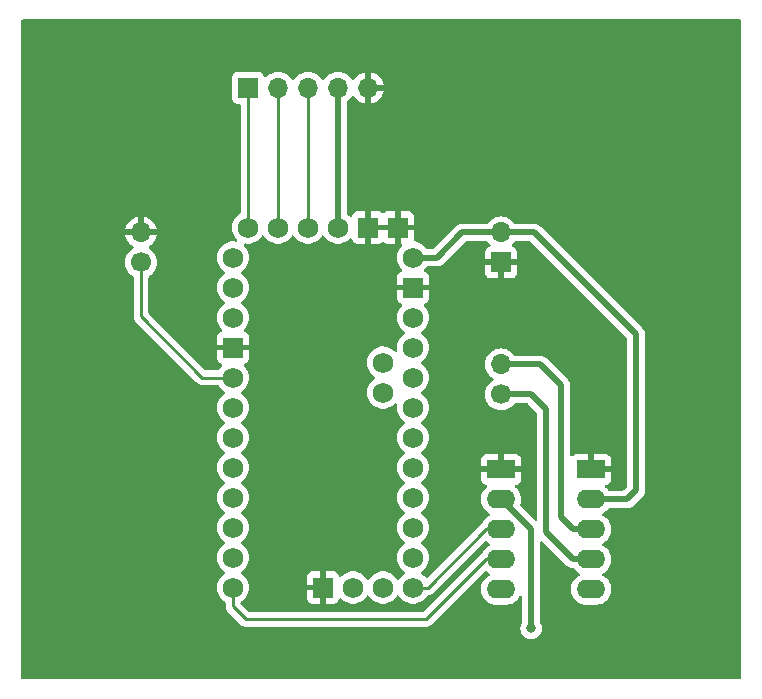
<source format=gbr>
%TF.GenerationSoftware,KiCad,Pcbnew,8.0.1-8.0.1-1~ubuntu22.04.1*%
%TF.CreationDate,2024-03-21T15:32:47+01:00*%
%TF.ProjectId,AirGo,41697247-6f2e-46b6-9963-61645f706362,rev?*%
%TF.SameCoordinates,Original*%
%TF.FileFunction,Copper,L1,Top*%
%TF.FilePolarity,Positive*%
%FSLAX46Y46*%
G04 Gerber Fmt 4.6, Leading zero omitted, Abs format (unit mm)*
G04 Created by KiCad (PCBNEW 8.0.1-8.0.1-1~ubuntu22.04.1) date 2024-03-21 15:32:47*
%MOMM*%
%LPD*%
G01*
G04 APERTURE LIST*
%TA.AperFunction,ComponentPad*%
%ADD10R,1.700000X1.700000*%
%TD*%
%TA.AperFunction,ComponentPad*%
%ADD11O,1.700000X1.700000*%
%TD*%
%TA.AperFunction,ComponentPad*%
%ADD12C,1.700000*%
%TD*%
%TA.AperFunction,ComponentPad*%
%ADD13C,1.727200*%
%TD*%
%TA.AperFunction,ComponentPad*%
%ADD14R,1.727200X1.727200*%
%TD*%
%TA.AperFunction,ComponentPad*%
%ADD15R,2.400000X1.600000*%
%TD*%
%TA.AperFunction,ComponentPad*%
%ADD16O,2.400000X1.600000*%
%TD*%
%TA.AperFunction,ViaPad*%
%ADD17C,0.800000*%
%TD*%
%TA.AperFunction,Conductor*%
%ADD18C,0.500000*%
%TD*%
%TA.AperFunction,Conductor*%
%ADD19C,0.250000*%
%TD*%
G04 APERTURE END LIST*
D10*
%TO.P,J1,1,Pin_1*%
%TO.N,GND*%
X132080000Y-61219000D03*
D11*
%TO.P,J1,2,Pin_2*%
%TO.N,/VIN*%
X132080000Y-58679000D03*
%TD*%
D10*
%TO.P,J2,1,Pin_1*%
%TO.N,Net-(A1-~{DTR})*%
X110666895Y-46427371D03*
D11*
%TO.P,J2,2,Pin_2*%
%TO.N,Net-(J2-Pin_2)*%
X113206895Y-46427371D03*
%TO.P,J2,3,Pin_3*%
%TO.N,Net-(J2-Pin_3)*%
X115746895Y-46427371D03*
%TO.P,J2,4,Pin_4*%
%TO.N,Net-(J2-Pin_4)*%
X118286895Y-46427371D03*
%TO.P,J2,5,Pin_5*%
%TO.N,GND*%
X120826895Y-46427371D03*
%TD*%
D12*
%TO.P,J4,1,Pin_1*%
%TO.N,/OUT1*%
X132080000Y-72390000D03*
D11*
%TO.P,J4,2,Pin_2*%
%TO.N,/OUT2*%
X132080000Y-69850000D03*
%TD*%
D13*
%TO.P,A1,A0,A0*%
%TO.N,unconnected-(A1-PadA0)*%
X124620000Y-78580000D03*
%TO.P,A1,A1,A1*%
%TO.N,unconnected-(A1-PadA1)*%
X124620000Y-76040000D03*
%TO.P,A1,A2,A2*%
%TO.N,unconnected-(A1-PadA2)*%
X124620000Y-73500000D03*
%TO.P,A1,A3,A3*%
%TO.N,unconnected-(A1-PadA3)*%
X124620000Y-70960000D03*
%TO.P,A1,A4,A4/SDA*%
%TO.N,unconnected-(A1-A4{slash}SDA-PadA4)*%
X122080000Y-72230000D03*
%TO.P,A1,A5,A5/SCL*%
%TO.N,unconnected-(A1-A5{slash}SCL-PadA5)*%
X122080000Y-69690000D03*
%TO.P,A1,A6,A6*%
%TO.N,unconnected-(A1-PadA6)*%
X119540000Y-88740000D03*
%TO.P,A1,A7,A7*%
%TO.N,unconnected-(A1-PadA7)*%
X122080000Y-88740000D03*
%TO.P,A1,D0,D0/RX*%
%TO.N,unconnected-(A1-D0{slash}RX-PadD0)*%
X109380000Y-63340000D03*
%TO.P,A1,D1,D1/TX*%
%TO.N,unconnected-(A1-D1{slash}TX-PadD1)*%
X109380000Y-60800000D03*
%TO.P,A1,D2,D2_INT0*%
%TO.N,Net-(A1-D2_INT0)*%
X109380000Y-70960000D03*
%TO.P,A1,D3,D3_INT1*%
%TO.N,unconnected-(A1-D3_INT1-PadD3)*%
X109380000Y-73500000D03*
%TO.P,A1,D4,D4*%
%TO.N,unconnected-(A1-PadD4)*%
X109380000Y-76040000D03*
%TO.P,A1,D5,D5*%
%TO.N,unconnected-(A1-PadD5)*%
X109380000Y-78580000D03*
%TO.P,A1,D6,D6*%
%TO.N,unconnected-(A1-PadD6)*%
X109380000Y-81120000D03*
%TO.P,A1,D7,D7*%
%TO.N,unconnected-(A1-PadD7)*%
X109380000Y-83660000D03*
%TO.P,A1,D8,D8*%
%TO.N,/VCC_DRV*%
X109380000Y-86200000D03*
%TO.P,A1,D9,D9*%
%TO.N,/PH*%
X109380000Y-88740000D03*
%TO.P,A1,D10,D10_CS*%
%TO.N,/EN*%
X124620000Y-88740000D03*
%TO.P,A1,D11,D11_MOSI*%
%TO.N,unconnected-(A1-D11_MOSI-PadD11)*%
X124620000Y-86200000D03*
%TO.P,A1,D12,D12_MISO*%
%TO.N,unconnected-(A1-D12_MISO-PadD12)*%
X124620000Y-83660000D03*
%TO.P,A1,D13,D13_SCK*%
%TO.N,unconnected-(A1-D13_SCK-PadD13)*%
X124620000Y-81120000D03*
%TO.P,A1,DTR,~{DTR}*%
%TO.N,Net-(A1-~{DTR})*%
X110650000Y-58260000D03*
D14*
%TO.P,A1,GND1,GND*%
%TO.N,GND*%
X109380000Y-68420000D03*
%TO.P,A1,GND2,GND*%
X124620000Y-63340000D03*
%TO.P,A1,GND3,GND*%
X117000000Y-88740000D03*
%TO.P,A1,GND4,GND*%
X120810000Y-58260000D03*
%TO.P,A1,GND5,GND*%
X123350000Y-58260000D03*
D13*
%TO.P,A1,RAW,RAW*%
%TO.N,/VIN*%
X124620000Y-60800000D03*
%TO.P,A1,RST1,RESET*%
%TO.N,unconnected-(A1-RESET-PadRST1)*%
X109380000Y-65880000D03*
%TO.P,A1,RST2,RESET*%
%TO.N,unconnected-(A1-RESET-PadRST2)*%
X124620000Y-65880000D03*
%TO.P,A1,RXI,RXI*%
%TO.N,Net-(J2-Pin_3)*%
X115730000Y-58260000D03*
%TO.P,A1,TXO,TXO*%
%TO.N,Net-(J2-Pin_2)*%
X113190000Y-58260000D03*
%TO.P,A1,Vcc1,Vcc*%
%TO.N,unconnected-(A1-Vcc-PadVcc1)*%
X124620000Y-68420000D03*
%TO.P,A1,Vcc2,Vcc*%
%TO.N,Net-(J2-Pin_4)*%
X118270000Y-58260000D03*
%TD*%
D15*
%TO.P,U2,1,GND*%
%TO.N,GND*%
X132080000Y-78740000D03*
D16*
%TO.P,U2,2,VCC*%
%TO.N,/VCC_DRV*%
X132080000Y-81280000D03*
%TO.P,U2,3,EN*%
%TO.N,/EN*%
X132080000Y-83820000D03*
%TO.P,U2,4,PH*%
%TO.N,/PH*%
X132080000Y-86360000D03*
%TO.P,U2,5,~{SLEEP}*%
%TO.N,unconnected-(U2-~{SLEEP}-Pad5)*%
X132080000Y-88900000D03*
%TO.P,U2,6,VM*%
%TO.N,unconnected-(U2-VM-Pad6)*%
X139700000Y-88900000D03*
%TO.P,U2,7,OUT1*%
%TO.N,/OUT1*%
X139700000Y-86360000D03*
%TO.P,U2,8,OUT2*%
%TO.N,/OUT2*%
X139700000Y-83820000D03*
%TO.P,U2,9,VIN*%
%TO.N,/VIN*%
X139700000Y-81280000D03*
D15*
%TO.P,U2,10,GND*%
%TO.N,GND*%
X139700000Y-78740000D03*
%TD*%
D12*
%TO.P,J3,1,Pin_1*%
%TO.N,Net-(A1-D2_INT0)*%
X101600000Y-61219000D03*
D11*
%TO.P,J3,2,Pin_2*%
%TO.N,GND*%
X101600000Y-58679000D03*
%TD*%
D17*
%TO.N,/VCC_DRV*%
X134620000Y-92202000D03*
%TD*%
D18*
%TO.N,/VIN*%
X143510000Y-80518000D02*
X142748000Y-81280000D01*
X143510000Y-67310000D02*
X143510000Y-80518000D01*
X142748000Y-81280000D02*
X139700000Y-81280000D01*
X134879000Y-58679000D02*
X143510000Y-67310000D01*
X132080000Y-58679000D02*
X134879000Y-58679000D01*
X128773000Y-58679000D02*
X126652000Y-60800000D01*
X132080000Y-58679000D02*
X128773000Y-58679000D01*
X126652000Y-60800000D02*
X124620000Y-60800000D01*
%TO.N,/OUT1*%
X135890000Y-84074000D02*
X135890000Y-73660000D01*
X135890000Y-73660000D02*
X134620000Y-72390000D01*
X134620000Y-72390000D02*
X132080000Y-72390000D01*
X138176000Y-86360000D02*
X135890000Y-84074000D01*
X139700000Y-86360000D02*
X138176000Y-86360000D01*
%TO.N,/OUT2*%
X137160000Y-71628000D02*
X135382000Y-69850000D01*
X138176000Y-83820000D02*
X137160000Y-82804000D01*
X137160000Y-82804000D02*
X137160000Y-71628000D01*
X135382000Y-69850000D02*
X132080000Y-69850000D01*
X139700000Y-83820000D02*
X138176000Y-83820000D01*
%TO.N,/VCC_DRV*%
X132080000Y-81280000D02*
X134620000Y-83820000D01*
X134620000Y-83820000D02*
X134620000Y-92202000D01*
D19*
%TO.N,/PH*%
X110490000Y-91440000D02*
X125730000Y-91440000D01*
X109380000Y-90330000D02*
X110490000Y-91440000D01*
X130810000Y-86360000D02*
X132080000Y-86360000D01*
X125730000Y-91440000D02*
X130810000Y-86360000D01*
X109380000Y-88740000D02*
X109380000Y-90330000D01*
%TO.N,/EN*%
X124620000Y-88740000D02*
X125890000Y-88740000D01*
X130810000Y-83820000D02*
X132080000Y-83820000D01*
X125890000Y-88740000D02*
X130810000Y-83820000D01*
%TO.N,Net-(A1-~{DTR})*%
X110666895Y-46427371D02*
X110666895Y-58243105D01*
X110666895Y-58243105D02*
X110650000Y-58260000D01*
%TO.N,Net-(A1-D2_INT0)*%
X106774000Y-70960000D02*
X109380000Y-70960000D01*
X101600000Y-65786000D02*
X106774000Y-70960000D01*
X101600000Y-61219000D02*
X101600000Y-65786000D01*
%TO.N,Net-(J2-Pin_3)*%
X115746895Y-58243105D02*
X115730000Y-58260000D01*
X115746895Y-46427371D02*
X115746895Y-58243105D01*
%TO.N,Net-(J2-Pin_2)*%
X113206895Y-46427371D02*
X113206895Y-58243105D01*
X113206895Y-58243105D02*
X113190000Y-58260000D01*
D18*
%TO.N,Net-(J2-Pin_4)*%
X118286895Y-58243105D02*
X118270000Y-58260000D01*
X118286895Y-46427371D02*
X118286895Y-58243105D01*
%TD*%
%TA.AperFunction,Conductor*%
%TO.N,GND*%
G36*
X123600000Y-59623600D02*
G01*
X123614063Y-59637663D01*
X123633208Y-59643285D01*
X123678963Y-59696089D01*
X123688907Y-59765247D01*
X123659882Y-59828803D01*
X123657399Y-59831583D01*
X123539845Y-59959279D01*
X123539842Y-59959283D01*
X123416198Y-60148533D01*
X123325388Y-60355560D01*
X123269892Y-60574710D01*
X123251225Y-60799993D01*
X123251225Y-60800006D01*
X123269892Y-61025289D01*
X123325388Y-61244439D01*
X123416198Y-61451466D01*
X123480901Y-61550500D01*
X123539844Y-61640719D01*
X123677245Y-61789976D01*
X123708167Y-61852629D01*
X123700307Y-61922055D01*
X123656160Y-61976211D01*
X123629349Y-61990140D01*
X123514311Y-62033046D01*
X123514306Y-62033049D01*
X123399212Y-62119209D01*
X123399209Y-62119212D01*
X123313049Y-62234306D01*
X123313045Y-62234313D01*
X123262803Y-62369020D01*
X123262801Y-62369027D01*
X123256400Y-62428555D01*
X123256400Y-63090000D01*
X124177749Y-63090000D01*
X124146619Y-63143919D01*
X124112000Y-63273120D01*
X124112000Y-63406880D01*
X124146619Y-63536081D01*
X124177749Y-63590000D01*
X123256400Y-63590000D01*
X123256400Y-64251444D01*
X123262801Y-64310972D01*
X123262803Y-64310979D01*
X123313045Y-64445686D01*
X123313049Y-64445693D01*
X123399209Y-64560787D01*
X123399212Y-64560790D01*
X123514306Y-64646950D01*
X123514313Y-64646954D01*
X123629348Y-64689859D01*
X123685282Y-64731730D01*
X123709699Y-64797194D01*
X123694848Y-64865467D01*
X123677245Y-64890024D01*
X123539845Y-65039279D01*
X123539842Y-65039283D01*
X123416198Y-65228533D01*
X123325388Y-65435560D01*
X123269892Y-65654710D01*
X123251225Y-65879993D01*
X123251225Y-65880006D01*
X123269892Y-66105289D01*
X123325388Y-66324439D01*
X123416198Y-66531466D01*
X123539842Y-66720716D01*
X123539850Y-66720727D01*
X123677244Y-66869975D01*
X123692954Y-66887040D01*
X123871351Y-67025893D01*
X123899165Y-67040945D01*
X123948755Y-67090165D01*
X123963863Y-67158382D01*
X123939692Y-67223937D01*
X123899165Y-67259055D01*
X123871352Y-67274106D01*
X123692955Y-67412959D01*
X123539850Y-67579272D01*
X123539842Y-67579283D01*
X123416198Y-67768533D01*
X123325388Y-67975560D01*
X123269892Y-68194710D01*
X123251225Y-68419993D01*
X123251225Y-68419995D01*
X123251225Y-68420000D01*
X123259092Y-68514937D01*
X123269495Y-68640492D01*
X123255413Y-68708928D01*
X123206568Y-68758887D01*
X123138466Y-68774507D01*
X123072731Y-68750829D01*
X123054694Y-68734719D01*
X123007046Y-68682960D01*
X122828649Y-68544107D01*
X122802390Y-68529896D01*
X122629832Y-68436512D01*
X122629827Y-68436510D01*
X122416017Y-68363109D01*
X122248778Y-68335202D01*
X122193033Y-68325900D01*
X121966967Y-68325900D01*
X121922370Y-68333341D01*
X121743982Y-68363109D01*
X121530172Y-68436510D01*
X121530167Y-68436512D01*
X121331352Y-68544106D01*
X121152955Y-68682959D01*
X121152950Y-68682963D01*
X120999850Y-68849272D01*
X120999842Y-68849283D01*
X120876198Y-69038533D01*
X120785388Y-69245560D01*
X120729892Y-69464710D01*
X120711225Y-69689993D01*
X120711225Y-69690006D01*
X120729892Y-69915289D01*
X120785388Y-70134439D01*
X120876198Y-70341466D01*
X120999842Y-70530716D01*
X120999850Y-70530727D01*
X121112758Y-70653376D01*
X121152954Y-70697040D01*
X121331351Y-70835893D01*
X121359165Y-70850945D01*
X121408755Y-70900165D01*
X121423863Y-70968382D01*
X121399692Y-71033937D01*
X121359165Y-71069055D01*
X121331352Y-71084106D01*
X121152955Y-71222959D01*
X121152950Y-71222963D01*
X120999850Y-71389272D01*
X120999842Y-71389283D01*
X120876198Y-71578533D01*
X120785388Y-71785560D01*
X120729892Y-72004710D01*
X120711225Y-72229993D01*
X120711225Y-72230006D01*
X120729892Y-72455289D01*
X120785388Y-72674439D01*
X120876198Y-72881466D01*
X120999842Y-73070716D01*
X120999850Y-73070727D01*
X121112758Y-73193376D01*
X121152954Y-73237040D01*
X121331351Y-73375893D01*
X121530169Y-73483488D01*
X121530172Y-73483489D01*
X121743982Y-73556890D01*
X121743984Y-73556890D01*
X121743986Y-73556891D01*
X121966967Y-73594100D01*
X121966968Y-73594100D01*
X122193032Y-73594100D01*
X122193033Y-73594100D01*
X122416014Y-73556891D01*
X122629831Y-73483488D01*
X122828649Y-73375893D01*
X123007046Y-73237040D01*
X123054691Y-73185283D01*
X123114574Y-73149295D01*
X123184412Y-73151394D01*
X123242029Y-73190918D01*
X123269131Y-73255317D01*
X123269495Y-73279507D01*
X123252594Y-73483487D01*
X123251225Y-73500004D01*
X123251225Y-73500006D01*
X123269892Y-73725289D01*
X123325388Y-73944439D01*
X123416198Y-74151466D01*
X123539842Y-74340716D01*
X123539850Y-74340727D01*
X123692950Y-74507036D01*
X123692954Y-74507040D01*
X123871351Y-74645893D01*
X123899165Y-74660945D01*
X123948755Y-74710165D01*
X123963863Y-74778382D01*
X123939692Y-74843937D01*
X123899165Y-74879055D01*
X123871352Y-74894106D01*
X123692955Y-75032959D01*
X123692950Y-75032963D01*
X123539850Y-75199272D01*
X123539842Y-75199283D01*
X123416198Y-75388533D01*
X123325388Y-75595560D01*
X123269892Y-75814710D01*
X123251225Y-76039993D01*
X123251225Y-76040006D01*
X123269892Y-76265289D01*
X123325388Y-76484439D01*
X123416198Y-76691466D01*
X123539842Y-76880716D01*
X123539850Y-76880727D01*
X123692950Y-77047036D01*
X123692954Y-77047040D01*
X123871351Y-77185893D01*
X123899165Y-77200945D01*
X123948755Y-77250165D01*
X123963863Y-77318382D01*
X123939692Y-77383937D01*
X123899165Y-77419055D01*
X123871352Y-77434106D01*
X123692955Y-77572959D01*
X123692950Y-77572963D01*
X123539850Y-77739272D01*
X123539842Y-77739283D01*
X123416198Y-77928533D01*
X123325388Y-78135560D01*
X123269892Y-78354710D01*
X123251225Y-78579993D01*
X123251225Y-78580006D01*
X123269892Y-78805289D01*
X123325388Y-79024439D01*
X123416198Y-79231466D01*
X123539842Y-79420716D01*
X123539850Y-79420727D01*
X123692950Y-79587036D01*
X123692954Y-79587040D01*
X123871351Y-79725893D01*
X123899165Y-79740945D01*
X123948755Y-79790165D01*
X123963863Y-79858382D01*
X123939692Y-79923937D01*
X123899165Y-79959055D01*
X123871352Y-79974106D01*
X123692955Y-80112959D01*
X123692950Y-80112963D01*
X123539850Y-80279272D01*
X123539842Y-80279283D01*
X123416198Y-80468533D01*
X123325388Y-80675560D01*
X123269892Y-80894710D01*
X123251225Y-81119993D01*
X123251225Y-81120006D01*
X123269892Y-81345289D01*
X123325388Y-81564439D01*
X123416198Y-81771466D01*
X123539842Y-81960716D01*
X123539850Y-81960727D01*
X123651137Y-82081615D01*
X123692954Y-82127040D01*
X123871351Y-82265893D01*
X123899165Y-82280945D01*
X123948755Y-82330165D01*
X123963863Y-82398382D01*
X123939692Y-82463937D01*
X123899165Y-82499055D01*
X123871352Y-82514106D01*
X123692955Y-82652959D01*
X123692950Y-82652963D01*
X123539850Y-82819272D01*
X123539842Y-82819283D01*
X123416198Y-83008533D01*
X123325388Y-83215560D01*
X123269892Y-83434710D01*
X123251225Y-83659993D01*
X123251225Y-83660006D01*
X123269892Y-83885289D01*
X123325388Y-84104439D01*
X123416198Y-84311466D01*
X123539842Y-84500716D01*
X123539850Y-84500727D01*
X123651137Y-84621615D01*
X123692954Y-84667040D01*
X123871351Y-84805893D01*
X123896391Y-84819444D01*
X123899165Y-84820945D01*
X123948755Y-84870165D01*
X123963863Y-84938382D01*
X123939692Y-85003937D01*
X123899165Y-85039055D01*
X123871352Y-85054106D01*
X123692955Y-85192959D01*
X123692950Y-85192963D01*
X123539850Y-85359272D01*
X123539842Y-85359283D01*
X123416198Y-85548533D01*
X123325388Y-85755560D01*
X123269892Y-85974710D01*
X123251225Y-86199993D01*
X123251225Y-86200006D01*
X123269892Y-86425289D01*
X123325388Y-86644439D01*
X123416198Y-86851466D01*
X123539842Y-87040716D01*
X123539850Y-87040727D01*
X123651137Y-87161615D01*
X123692954Y-87207040D01*
X123871351Y-87345893D01*
X123896391Y-87359444D01*
X123899165Y-87360945D01*
X123948755Y-87410165D01*
X123963863Y-87478382D01*
X123939692Y-87543937D01*
X123899165Y-87579055D01*
X123871352Y-87594106D01*
X123692955Y-87732959D01*
X123539850Y-87899272D01*
X123539842Y-87899283D01*
X123453808Y-88030968D01*
X123400662Y-88076325D01*
X123331430Y-88085748D01*
X123268095Y-88056246D01*
X123246192Y-88030968D01*
X123171986Y-87917388D01*
X123160156Y-87899281D01*
X123160153Y-87899278D01*
X123160149Y-87899272D01*
X123007045Y-87732959D01*
X122955078Y-87692511D01*
X122828649Y-87594107D01*
X122709889Y-87529837D01*
X122629832Y-87486512D01*
X122629827Y-87486510D01*
X122416017Y-87413109D01*
X122234388Y-87382801D01*
X122193033Y-87375900D01*
X121966967Y-87375900D01*
X121925612Y-87382801D01*
X121743982Y-87413109D01*
X121530172Y-87486510D01*
X121530167Y-87486512D01*
X121331352Y-87594106D01*
X121152955Y-87732959D01*
X120999850Y-87899272D01*
X120999842Y-87899283D01*
X120913808Y-88030968D01*
X120860662Y-88076325D01*
X120791430Y-88085748D01*
X120728095Y-88056246D01*
X120706192Y-88030968D01*
X120631986Y-87917388D01*
X120620156Y-87899281D01*
X120620153Y-87899278D01*
X120620149Y-87899272D01*
X120467045Y-87732959D01*
X120415078Y-87692511D01*
X120288649Y-87594107D01*
X120169889Y-87529837D01*
X120089832Y-87486512D01*
X120089827Y-87486510D01*
X119876017Y-87413109D01*
X119694388Y-87382801D01*
X119653033Y-87375900D01*
X119426967Y-87375900D01*
X119385612Y-87382801D01*
X119203982Y-87413109D01*
X118990172Y-87486510D01*
X118990167Y-87486512D01*
X118791352Y-87594106D01*
X118612955Y-87732958D01*
X118558186Y-87792453D01*
X118498298Y-87828443D01*
X118428460Y-87826342D01*
X118370845Y-87786817D01*
X118350775Y-87751802D01*
X118306954Y-87634313D01*
X118306950Y-87634306D01*
X118220790Y-87519212D01*
X118220787Y-87519209D01*
X118105693Y-87433049D01*
X118105686Y-87433045D01*
X117970979Y-87382803D01*
X117970972Y-87382801D01*
X117911444Y-87376400D01*
X117250000Y-87376400D01*
X117250000Y-88297748D01*
X117196081Y-88266619D01*
X117066880Y-88232000D01*
X116933120Y-88232000D01*
X116803919Y-88266619D01*
X116750000Y-88297748D01*
X116750000Y-87376400D01*
X116088555Y-87376400D01*
X116029027Y-87382801D01*
X116029020Y-87382803D01*
X115894313Y-87433045D01*
X115894306Y-87433049D01*
X115779212Y-87519209D01*
X115779209Y-87519212D01*
X115693049Y-87634306D01*
X115693045Y-87634313D01*
X115642803Y-87769020D01*
X115642801Y-87769027D01*
X115636400Y-87828555D01*
X115636400Y-88490000D01*
X116557749Y-88490000D01*
X116526619Y-88543919D01*
X116492000Y-88673120D01*
X116492000Y-88806880D01*
X116526619Y-88936081D01*
X116557749Y-88990000D01*
X115636400Y-88990000D01*
X115636400Y-89651444D01*
X115642801Y-89710972D01*
X115642803Y-89710979D01*
X115693045Y-89845686D01*
X115693049Y-89845693D01*
X115779209Y-89960787D01*
X115779212Y-89960790D01*
X115894306Y-90046950D01*
X115894313Y-90046954D01*
X116029020Y-90097196D01*
X116029027Y-90097198D01*
X116088555Y-90103599D01*
X116088572Y-90103600D01*
X116750000Y-90103600D01*
X116750000Y-89182251D01*
X116803919Y-89213381D01*
X116933120Y-89248000D01*
X117066880Y-89248000D01*
X117196081Y-89213381D01*
X117250000Y-89182251D01*
X117250000Y-90103600D01*
X117911428Y-90103600D01*
X117911444Y-90103599D01*
X117970972Y-90097198D01*
X117970979Y-90097196D01*
X118105686Y-90046954D01*
X118105693Y-90046950D01*
X118220787Y-89960790D01*
X118220790Y-89960787D01*
X118306950Y-89845693D01*
X118306954Y-89845686D01*
X118350775Y-89728197D01*
X118392646Y-89672263D01*
X118458110Y-89647846D01*
X118526383Y-89662698D01*
X118558186Y-89687547D01*
X118612950Y-89747036D01*
X118612954Y-89747040D01*
X118791351Y-89885893D01*
X118990169Y-89993488D01*
X118990172Y-89993489D01*
X119203982Y-90066890D01*
X119203984Y-90066890D01*
X119203986Y-90066891D01*
X119426967Y-90104100D01*
X119426968Y-90104100D01*
X119653032Y-90104100D01*
X119653033Y-90104100D01*
X119876014Y-90066891D01*
X120089831Y-89993488D01*
X120288649Y-89885893D01*
X120467046Y-89747040D01*
X120620156Y-89580719D01*
X120706193Y-89449028D01*
X120759338Y-89403675D01*
X120828569Y-89394251D01*
X120891905Y-89423753D01*
X120913804Y-89449025D01*
X120999844Y-89580719D01*
X120999849Y-89580724D01*
X120999850Y-89580727D01*
X121152950Y-89747036D01*
X121152954Y-89747040D01*
X121331351Y-89885893D01*
X121530169Y-89993488D01*
X121530172Y-89993489D01*
X121743982Y-90066890D01*
X121743984Y-90066890D01*
X121743986Y-90066891D01*
X121966967Y-90104100D01*
X121966968Y-90104100D01*
X122193032Y-90104100D01*
X122193033Y-90104100D01*
X122416014Y-90066891D01*
X122629831Y-89993488D01*
X122828649Y-89885893D01*
X123007046Y-89747040D01*
X123160156Y-89580719D01*
X123246193Y-89449028D01*
X123299338Y-89403675D01*
X123368569Y-89394251D01*
X123431905Y-89423753D01*
X123453804Y-89449025D01*
X123539844Y-89580719D01*
X123539849Y-89580724D01*
X123539850Y-89580727D01*
X123692950Y-89747036D01*
X123692954Y-89747040D01*
X123871351Y-89885893D01*
X124070169Y-89993488D01*
X124070172Y-89993489D01*
X124283982Y-90066890D01*
X124283984Y-90066890D01*
X124283986Y-90066891D01*
X124506967Y-90104100D01*
X124506968Y-90104100D01*
X124733032Y-90104100D01*
X124733033Y-90104100D01*
X124956014Y-90066891D01*
X125169831Y-89993488D01*
X125368649Y-89885893D01*
X125547046Y-89747040D01*
X125700156Y-89580719D01*
X125804063Y-89421678D01*
X125857209Y-89376322D01*
X125907871Y-89365500D01*
X125951607Y-89365500D01*
X126012029Y-89353481D01*
X126072452Y-89341463D01*
X126108462Y-89326547D01*
X126186286Y-89294312D01*
X126237509Y-89260084D01*
X126288733Y-89225858D01*
X126375858Y-89138733D01*
X126375858Y-89138731D01*
X126386066Y-89128524D01*
X126386068Y-89128521D01*
X130682509Y-84832079D01*
X130743830Y-84798596D01*
X130813522Y-84803580D01*
X130843073Y-84819444D01*
X130972515Y-84913488D01*
X130998390Y-84932287D01*
X131089840Y-84978883D01*
X131091080Y-84979515D01*
X131141876Y-85027490D01*
X131158671Y-85095311D01*
X131136134Y-85161446D01*
X131091080Y-85200485D01*
X130998386Y-85247715D01*
X130832786Y-85368028D01*
X130688028Y-85512786D01*
X130567713Y-85678388D01*
X130511931Y-85787864D01*
X130470340Y-85834669D01*
X130411267Y-85874141D01*
X130367705Y-85917704D01*
X130324142Y-85961267D01*
X130324139Y-85961270D01*
X125507229Y-90778181D01*
X125445906Y-90811666D01*
X125419548Y-90814500D01*
X110800452Y-90814500D01*
X110733413Y-90794815D01*
X110712771Y-90778181D01*
X110046281Y-90111691D01*
X110012796Y-90050368D01*
X110017780Y-89980676D01*
X110059652Y-89924743D01*
X110074940Y-89914958D01*
X110128649Y-89885893D01*
X110307046Y-89747040D01*
X110460156Y-89580719D01*
X110583802Y-89391465D01*
X110674611Y-89184441D01*
X110730107Y-88965293D01*
X110737574Y-88875175D01*
X110748775Y-88740006D01*
X110748775Y-88739993D01*
X110735707Y-88582294D01*
X110730107Y-88514707D01*
X110674611Y-88295559D01*
X110583802Y-88088535D01*
X110460156Y-87899281D01*
X110460153Y-87899278D01*
X110460149Y-87899272D01*
X110307045Y-87732959D01*
X110236008Y-87677668D01*
X110128649Y-87594107D01*
X110128647Y-87594106D01*
X110128646Y-87594105D01*
X110128639Y-87594100D01*
X110100836Y-87579055D01*
X110051244Y-87529837D01*
X110036135Y-87461620D01*
X110060306Y-87396064D01*
X110100836Y-87360945D01*
X110128639Y-87345899D01*
X110128642Y-87345896D01*
X110128649Y-87345893D01*
X110307046Y-87207040D01*
X110460156Y-87040719D01*
X110583802Y-86851465D01*
X110674611Y-86644441D01*
X110730107Y-86425293D01*
X110737574Y-86335175D01*
X110748775Y-86200006D01*
X110748775Y-86199993D01*
X110730107Y-85974710D01*
X110730107Y-85974707D01*
X110674611Y-85755559D01*
X110583802Y-85548535D01*
X110460156Y-85359281D01*
X110460153Y-85359278D01*
X110460149Y-85359272D01*
X110307049Y-85192963D01*
X110307048Y-85192962D01*
X110307046Y-85192960D01*
X110128649Y-85054107D01*
X110128647Y-85054106D01*
X110128646Y-85054105D01*
X110128639Y-85054100D01*
X110100836Y-85039055D01*
X110051244Y-84989837D01*
X110036135Y-84921620D01*
X110060306Y-84856064D01*
X110100836Y-84820945D01*
X110128639Y-84805899D01*
X110128642Y-84805896D01*
X110128649Y-84805893D01*
X110307046Y-84667040D01*
X110460156Y-84500719D01*
X110583802Y-84311465D01*
X110674611Y-84104441D01*
X110730107Y-83885293D01*
X110742301Y-83738128D01*
X110748775Y-83660006D01*
X110748775Y-83659993D01*
X110730107Y-83434710D01*
X110730107Y-83434707D01*
X110674611Y-83215559D01*
X110583802Y-83008535D01*
X110460156Y-82819281D01*
X110460153Y-82819278D01*
X110460149Y-82819272D01*
X110307049Y-82652963D01*
X110307048Y-82652962D01*
X110307046Y-82652960D01*
X110128649Y-82514107D01*
X110128647Y-82514106D01*
X110128646Y-82514105D01*
X110128639Y-82514100D01*
X110100836Y-82499055D01*
X110051244Y-82449837D01*
X110036135Y-82381620D01*
X110060306Y-82316064D01*
X110100836Y-82280945D01*
X110128639Y-82265899D01*
X110128642Y-82265896D01*
X110128649Y-82265893D01*
X110307046Y-82127040D01*
X110460156Y-81960719D01*
X110583802Y-81771465D01*
X110674611Y-81564441D01*
X110730107Y-81345293D01*
X110737574Y-81255175D01*
X110748775Y-81120006D01*
X110748775Y-81119993D01*
X110730107Y-80894710D01*
X110730107Y-80894707D01*
X110674611Y-80675559D01*
X110583802Y-80468535D01*
X110560443Y-80432782D01*
X110521979Y-80373908D01*
X110460156Y-80279281D01*
X110460153Y-80279278D01*
X110460149Y-80279272D01*
X110307049Y-80112963D01*
X110307048Y-80112962D01*
X110307046Y-80112960D01*
X110128649Y-79974107D01*
X110128647Y-79974106D01*
X110128646Y-79974105D01*
X110128639Y-79974100D01*
X110100836Y-79959055D01*
X110051244Y-79909837D01*
X110036135Y-79841620D01*
X110060306Y-79776064D01*
X110100836Y-79740945D01*
X110128639Y-79725899D01*
X110128642Y-79725896D01*
X110128649Y-79725893D01*
X110307046Y-79587040D01*
X110460156Y-79420719D01*
X110583802Y-79231465D01*
X110674611Y-79024441D01*
X110730107Y-78805293D01*
X110739881Y-78687339D01*
X110748775Y-78580006D01*
X110748775Y-78579993D01*
X110730107Y-78354710D01*
X110730107Y-78354707D01*
X110674611Y-78135559D01*
X110583802Y-77928535D01*
X110460156Y-77739281D01*
X110460153Y-77739278D01*
X110460149Y-77739272D01*
X110307049Y-77572963D01*
X110307048Y-77572962D01*
X110307046Y-77572960D01*
X110128649Y-77434107D01*
X110128647Y-77434106D01*
X110128646Y-77434105D01*
X110128639Y-77434100D01*
X110100836Y-77419055D01*
X110051244Y-77369837D01*
X110036135Y-77301620D01*
X110060306Y-77236064D01*
X110100836Y-77200945D01*
X110128639Y-77185899D01*
X110128642Y-77185896D01*
X110128649Y-77185893D01*
X110307046Y-77047040D01*
X110460156Y-76880719D01*
X110583802Y-76691465D01*
X110674611Y-76484441D01*
X110730107Y-76265293D01*
X110748775Y-76040000D01*
X110748775Y-76039993D01*
X110730107Y-75814710D01*
X110730107Y-75814707D01*
X110674611Y-75595559D01*
X110583802Y-75388535D01*
X110460156Y-75199281D01*
X110460153Y-75199278D01*
X110460149Y-75199272D01*
X110307049Y-75032963D01*
X110307048Y-75032962D01*
X110307046Y-75032960D01*
X110128649Y-74894107D01*
X110128647Y-74894106D01*
X110128646Y-74894105D01*
X110128639Y-74894100D01*
X110100836Y-74879055D01*
X110051244Y-74829837D01*
X110036135Y-74761620D01*
X110060306Y-74696064D01*
X110100836Y-74660945D01*
X110128639Y-74645899D01*
X110128642Y-74645896D01*
X110128649Y-74645893D01*
X110307046Y-74507040D01*
X110460156Y-74340719D01*
X110583802Y-74151465D01*
X110674611Y-73944441D01*
X110730107Y-73725293D01*
X110743469Y-73564034D01*
X110748775Y-73500006D01*
X110748775Y-73499993D01*
X110730107Y-73274710D01*
X110730107Y-73274707D01*
X110674611Y-73055559D01*
X110583802Y-72848535D01*
X110460156Y-72659281D01*
X110460153Y-72659278D01*
X110460149Y-72659272D01*
X110307049Y-72492963D01*
X110307048Y-72492962D01*
X110307046Y-72492960D01*
X110128649Y-72354107D01*
X110128647Y-72354106D01*
X110128646Y-72354105D01*
X110128639Y-72354100D01*
X110100836Y-72339055D01*
X110051244Y-72289837D01*
X110036135Y-72221620D01*
X110060306Y-72156064D01*
X110100836Y-72120945D01*
X110128639Y-72105899D01*
X110128642Y-72105896D01*
X110128649Y-72105893D01*
X110307046Y-71967040D01*
X110460156Y-71800719D01*
X110583802Y-71611465D01*
X110674611Y-71404441D01*
X110730107Y-71185293D01*
X110739739Y-71069055D01*
X110748775Y-70960006D01*
X110748775Y-70959993D01*
X110730107Y-70734710D01*
X110730107Y-70734707D01*
X110674611Y-70515559D01*
X110583802Y-70308535D01*
X110577037Y-70298181D01*
X110521979Y-70213908D01*
X110460156Y-70119281D01*
X110460153Y-70119278D01*
X110460149Y-70119272D01*
X110322755Y-69970024D01*
X110291832Y-69907370D01*
X110299692Y-69837944D01*
X110343839Y-69783788D01*
X110370652Y-69769859D01*
X110485684Y-69726955D01*
X110485693Y-69726950D01*
X110600787Y-69640790D01*
X110600790Y-69640787D01*
X110686950Y-69525693D01*
X110686954Y-69525686D01*
X110737196Y-69390979D01*
X110737198Y-69390972D01*
X110743599Y-69331444D01*
X110743600Y-69331427D01*
X110743600Y-68670000D01*
X109822251Y-68670000D01*
X109853381Y-68616081D01*
X109888000Y-68486880D01*
X109888000Y-68353120D01*
X109853381Y-68223919D01*
X109822251Y-68170000D01*
X110743600Y-68170000D01*
X110743600Y-67508572D01*
X110743599Y-67508555D01*
X110737198Y-67449027D01*
X110737196Y-67449020D01*
X110686954Y-67314313D01*
X110686950Y-67314306D01*
X110600790Y-67199212D01*
X110600787Y-67199209D01*
X110485693Y-67113049D01*
X110485686Y-67113045D01*
X110370651Y-67070140D01*
X110314717Y-67028269D01*
X110290300Y-66962804D01*
X110305152Y-66894531D01*
X110322749Y-66869981D01*
X110460156Y-66720719D01*
X110583802Y-66531465D01*
X110674611Y-66324441D01*
X110730107Y-66105293D01*
X110741446Y-65968452D01*
X110748775Y-65880006D01*
X110748775Y-65879993D01*
X110730107Y-65654710D01*
X110730107Y-65654707D01*
X110674611Y-65435559D01*
X110583802Y-65228535D01*
X110460156Y-65039281D01*
X110460153Y-65039278D01*
X110460149Y-65039272D01*
X110307049Y-64872963D01*
X110307048Y-64872962D01*
X110307046Y-64872960D01*
X110128649Y-64734107D01*
X110128647Y-64734106D01*
X110128646Y-64734105D01*
X110128639Y-64734100D01*
X110100836Y-64719055D01*
X110051244Y-64669837D01*
X110036135Y-64601620D01*
X110060306Y-64536064D01*
X110100836Y-64500945D01*
X110128639Y-64485899D01*
X110128642Y-64485896D01*
X110128649Y-64485893D01*
X110307046Y-64347040D01*
X110460156Y-64180719D01*
X110583802Y-63991465D01*
X110674611Y-63784441D01*
X110730107Y-63565293D01*
X110737574Y-63475175D01*
X110748775Y-63340006D01*
X110748775Y-63339993D01*
X110735707Y-63182294D01*
X110730107Y-63114707D01*
X110674611Y-62895559D01*
X110583802Y-62688535D01*
X110460156Y-62499281D01*
X110460153Y-62499278D01*
X110460149Y-62499272D01*
X110307045Y-62332959D01*
X110128646Y-62194105D01*
X110128639Y-62194100D01*
X110100836Y-62179055D01*
X110051244Y-62129837D01*
X110036135Y-62061620D01*
X110060306Y-61996064D01*
X110100836Y-61960945D01*
X110128639Y-61945899D01*
X110128642Y-61945896D01*
X110128649Y-61945893D01*
X110307046Y-61807040D01*
X110460156Y-61640719D01*
X110583802Y-61451465D01*
X110674611Y-61244441D01*
X110730107Y-61025293D01*
X110748775Y-60800000D01*
X110748775Y-60799993D01*
X110730107Y-60574710D01*
X110730107Y-60574707D01*
X110674611Y-60355559D01*
X110583802Y-60148535D01*
X110460156Y-59959281D01*
X110326289Y-59813863D01*
X110295368Y-59751211D01*
X110303228Y-59681785D01*
X110347375Y-59627629D01*
X110413792Y-59605938D01*
X110437923Y-59607572D01*
X110536967Y-59624100D01*
X110536968Y-59624100D01*
X110763032Y-59624100D01*
X110763033Y-59624100D01*
X110986014Y-59586891D01*
X111199831Y-59513488D01*
X111398649Y-59405893D01*
X111577046Y-59267040D01*
X111730156Y-59100719D01*
X111816193Y-58969028D01*
X111869338Y-58923675D01*
X111938569Y-58914251D01*
X112001905Y-58943753D01*
X112023804Y-58969025D01*
X112109844Y-59100719D01*
X112109849Y-59100724D01*
X112109850Y-59100727D01*
X112262950Y-59267036D01*
X112262954Y-59267040D01*
X112441351Y-59405893D01*
X112640169Y-59513488D01*
X112640172Y-59513489D01*
X112853982Y-59586890D01*
X112853984Y-59586890D01*
X112853986Y-59586891D01*
X113076967Y-59624100D01*
X113076968Y-59624100D01*
X113303032Y-59624100D01*
X113303033Y-59624100D01*
X113526014Y-59586891D01*
X113739831Y-59513488D01*
X113938649Y-59405893D01*
X114117046Y-59267040D01*
X114270156Y-59100719D01*
X114356193Y-58969028D01*
X114409338Y-58923675D01*
X114478569Y-58914251D01*
X114541905Y-58943753D01*
X114563804Y-58969025D01*
X114649844Y-59100719D01*
X114649849Y-59100724D01*
X114649850Y-59100727D01*
X114802950Y-59267036D01*
X114802954Y-59267040D01*
X114981351Y-59405893D01*
X115180169Y-59513488D01*
X115180172Y-59513489D01*
X115393982Y-59586890D01*
X115393984Y-59586890D01*
X115393986Y-59586891D01*
X115616967Y-59624100D01*
X115616968Y-59624100D01*
X115843032Y-59624100D01*
X115843033Y-59624100D01*
X116066014Y-59586891D01*
X116279831Y-59513488D01*
X116478649Y-59405893D01*
X116657046Y-59267040D01*
X116810156Y-59100719D01*
X116896193Y-58969028D01*
X116949338Y-58923675D01*
X117018569Y-58914251D01*
X117081905Y-58943753D01*
X117103804Y-58969025D01*
X117189844Y-59100719D01*
X117189849Y-59100724D01*
X117189850Y-59100727D01*
X117342950Y-59267036D01*
X117342954Y-59267040D01*
X117521351Y-59405893D01*
X117720169Y-59513488D01*
X117720172Y-59513489D01*
X117933982Y-59586890D01*
X117933984Y-59586890D01*
X117933986Y-59586891D01*
X118156967Y-59624100D01*
X118156968Y-59624100D01*
X118383032Y-59624100D01*
X118383033Y-59624100D01*
X118606014Y-59586891D01*
X118819831Y-59513488D01*
X119018649Y-59405893D01*
X119197046Y-59267040D01*
X119251815Y-59207545D01*
X119311699Y-59171557D01*
X119381537Y-59173657D01*
X119439153Y-59213180D01*
X119459224Y-59248196D01*
X119503046Y-59365688D01*
X119503049Y-59365693D01*
X119589209Y-59480787D01*
X119589212Y-59480790D01*
X119704306Y-59566950D01*
X119704313Y-59566954D01*
X119839020Y-59617196D01*
X119839027Y-59617198D01*
X119898555Y-59623599D01*
X119898572Y-59623600D01*
X120560000Y-59623600D01*
X120560000Y-58702251D01*
X120613919Y-58733381D01*
X120743120Y-58768000D01*
X120876880Y-58768000D01*
X121006081Y-58733381D01*
X121060000Y-58702251D01*
X121060000Y-59623600D01*
X121721428Y-59623600D01*
X121721444Y-59623599D01*
X121780972Y-59617198D01*
X121780979Y-59617196D01*
X121915686Y-59566954D01*
X121915689Y-59566952D01*
X122005688Y-59499579D01*
X122071152Y-59475161D01*
X122139426Y-59490012D01*
X122154312Y-59499579D01*
X122244310Y-59566952D01*
X122244313Y-59566954D01*
X122379020Y-59617196D01*
X122379027Y-59617198D01*
X122438555Y-59623599D01*
X122438572Y-59623600D01*
X123100000Y-59623600D01*
X123100000Y-58702251D01*
X123153919Y-58733381D01*
X123283120Y-58768000D01*
X123416880Y-58768000D01*
X123546081Y-58733381D01*
X123600000Y-58702251D01*
X123600000Y-59623600D01*
G37*
%TD.AperFunction*%
%TA.AperFunction,Conductor*%
G36*
X130959338Y-59449185D02*
G01*
X130993873Y-59482376D01*
X131041505Y-59550401D01*
X131163818Y-59672714D01*
X131197303Y-59734037D01*
X131192319Y-59803729D01*
X131150447Y-59859662D01*
X131119471Y-59876577D01*
X130987912Y-59925646D01*
X130987906Y-59925649D01*
X130872812Y-60011809D01*
X130872809Y-60011812D01*
X130786649Y-60126906D01*
X130786645Y-60126913D01*
X130736403Y-60261620D01*
X130736401Y-60261627D01*
X130730000Y-60321155D01*
X130730000Y-60969000D01*
X131646988Y-60969000D01*
X131614075Y-61026007D01*
X131580000Y-61153174D01*
X131580000Y-61284826D01*
X131614075Y-61411993D01*
X131646988Y-61469000D01*
X130730000Y-61469000D01*
X130730000Y-62116844D01*
X130736401Y-62176372D01*
X130736403Y-62176379D01*
X130786645Y-62311086D01*
X130786649Y-62311093D01*
X130872809Y-62426187D01*
X130872812Y-62426190D01*
X130987906Y-62512350D01*
X130987913Y-62512354D01*
X131122620Y-62562596D01*
X131122627Y-62562598D01*
X131182155Y-62568999D01*
X131182172Y-62569000D01*
X131830000Y-62569000D01*
X131830000Y-61652012D01*
X131887007Y-61684925D01*
X132014174Y-61719000D01*
X132145826Y-61719000D01*
X132272993Y-61684925D01*
X132330000Y-61652012D01*
X132330000Y-62569000D01*
X132977828Y-62569000D01*
X132977844Y-62568999D01*
X133037372Y-62562598D01*
X133037379Y-62562596D01*
X133172086Y-62512354D01*
X133172093Y-62512350D01*
X133287187Y-62426190D01*
X133287190Y-62426187D01*
X133373350Y-62311093D01*
X133373354Y-62311086D01*
X133423596Y-62176379D01*
X133423598Y-62176372D01*
X133429999Y-62116844D01*
X133430000Y-62116827D01*
X133430000Y-61469000D01*
X132513012Y-61469000D01*
X132545925Y-61411993D01*
X132580000Y-61284826D01*
X132580000Y-61153174D01*
X132545925Y-61026007D01*
X132513012Y-60969000D01*
X133430000Y-60969000D01*
X133430000Y-60321172D01*
X133429999Y-60321155D01*
X133423598Y-60261627D01*
X133423596Y-60261620D01*
X133373354Y-60126913D01*
X133373350Y-60126906D01*
X133287190Y-60011812D01*
X133287187Y-60011809D01*
X133172093Y-59925649D01*
X133172088Y-59925646D01*
X133040528Y-59876577D01*
X132984595Y-59834705D01*
X132960178Y-59769241D01*
X132975030Y-59700968D01*
X132996175Y-59672720D01*
X133118495Y-59550401D01*
X133166127Y-59482376D01*
X133220704Y-59438751D01*
X133267701Y-59429500D01*
X134516770Y-59429500D01*
X134583809Y-59449185D01*
X134604451Y-59465819D01*
X142723181Y-67584548D01*
X142756666Y-67645871D01*
X142759500Y-67672229D01*
X142759500Y-80155770D01*
X142739815Y-80222809D01*
X142723181Y-80243451D01*
X142473451Y-80493181D01*
X142412128Y-80526666D01*
X142385770Y-80529500D01*
X141225418Y-80529500D01*
X141158379Y-80509815D01*
X141125100Y-80478385D01*
X141091971Y-80432787D01*
X141091967Y-80432782D01*
X140947217Y-80288032D01*
X140947212Y-80288028D01*
X140910325Y-80261228D01*
X140867659Y-80205898D01*
X140861680Y-80136285D01*
X140894286Y-80074490D01*
X140955124Y-80040133D01*
X140969956Y-80037620D01*
X141007379Y-80033596D01*
X141142086Y-79983354D01*
X141142093Y-79983350D01*
X141257187Y-79897190D01*
X141257190Y-79897187D01*
X141343350Y-79782093D01*
X141343354Y-79782086D01*
X141393596Y-79647379D01*
X141393598Y-79647372D01*
X141399999Y-79587844D01*
X141400000Y-79587827D01*
X141400000Y-78990000D01*
X140015686Y-78990000D01*
X140020080Y-78985606D01*
X140072741Y-78894394D01*
X140100000Y-78792661D01*
X140100000Y-78687339D01*
X140072741Y-78585606D01*
X140020080Y-78494394D01*
X140015686Y-78490000D01*
X141400000Y-78490000D01*
X141400000Y-77892172D01*
X141399999Y-77892155D01*
X141393598Y-77832627D01*
X141393596Y-77832620D01*
X141343354Y-77697913D01*
X141343350Y-77697906D01*
X141257190Y-77582812D01*
X141257187Y-77582809D01*
X141142093Y-77496649D01*
X141142086Y-77496645D01*
X141007379Y-77446403D01*
X141007372Y-77446401D01*
X140947844Y-77440000D01*
X139950000Y-77440000D01*
X139950000Y-78424314D01*
X139945606Y-78419920D01*
X139854394Y-78367259D01*
X139752661Y-78340000D01*
X139647339Y-78340000D01*
X139545606Y-78367259D01*
X139454394Y-78419920D01*
X139450000Y-78424314D01*
X139450000Y-77440000D01*
X138452155Y-77440000D01*
X138392627Y-77446401D01*
X138392620Y-77446403D01*
X138257913Y-77496645D01*
X138257906Y-77496649D01*
X138142813Y-77582809D01*
X138133765Y-77594895D01*
X138077830Y-77636764D01*
X138008138Y-77641746D01*
X137946816Y-77608259D01*
X137913333Y-77546935D01*
X137910500Y-77520581D01*
X137910500Y-71554080D01*
X137900412Y-71503369D01*
X137900412Y-71503368D01*
X137881659Y-71409088D01*
X137827408Y-71278117D01*
X137825765Y-71273525D01*
X137825084Y-71272505D01*
X137766811Y-71185293D01*
X137766808Y-71185289D01*
X137754587Y-71166998D01*
X137742952Y-71149584D01*
X136871690Y-70278322D01*
X135860421Y-69267052D01*
X135860414Y-69267046D01*
X135765088Y-69203352D01*
X135765088Y-69203353D01*
X135737495Y-69184916D01*
X135737492Y-69184914D01*
X135737491Y-69184914D01*
X135600917Y-69128343D01*
X135600907Y-69128340D01*
X135455920Y-69099500D01*
X135455918Y-69099500D01*
X133267701Y-69099500D01*
X133200662Y-69079815D01*
X133166126Y-69046623D01*
X133118494Y-68978597D01*
X132951402Y-68811506D01*
X132951395Y-68811501D01*
X132757834Y-68675967D01*
X132757830Y-68675965D01*
X132681758Y-68640492D01*
X132543663Y-68576097D01*
X132543659Y-68576096D01*
X132543655Y-68576094D01*
X132315413Y-68514938D01*
X132315403Y-68514936D01*
X132080001Y-68494341D01*
X132079999Y-68494341D01*
X131844596Y-68514936D01*
X131844586Y-68514938D01*
X131616344Y-68576094D01*
X131616335Y-68576098D01*
X131402171Y-68675964D01*
X131402169Y-68675965D01*
X131208597Y-68811505D01*
X131041505Y-68978597D01*
X130905965Y-69172169D01*
X130905964Y-69172171D01*
X130806098Y-69386335D01*
X130806094Y-69386344D01*
X130744938Y-69614586D01*
X130744936Y-69614596D01*
X130724341Y-69849999D01*
X130724341Y-69850000D01*
X130744936Y-70085403D01*
X130744938Y-70085413D01*
X130806094Y-70313655D01*
X130806096Y-70313659D01*
X130806097Y-70313663D01*
X130819062Y-70341466D01*
X130905965Y-70527830D01*
X130905967Y-70527834D01*
X130992152Y-70650918D01*
X131024444Y-70697036D01*
X131041501Y-70721395D01*
X131041506Y-70721402D01*
X131208597Y-70888493D01*
X131208603Y-70888498D01*
X131394158Y-71018425D01*
X131437783Y-71073002D01*
X131444977Y-71142500D01*
X131413454Y-71204855D01*
X131394158Y-71221575D01*
X131208597Y-71351505D01*
X131041505Y-71518597D01*
X130905965Y-71712169D01*
X130905964Y-71712171D01*
X130806098Y-71926335D01*
X130806094Y-71926344D01*
X130744938Y-72154586D01*
X130744936Y-72154596D01*
X130724341Y-72389999D01*
X130724341Y-72390000D01*
X130744936Y-72625403D01*
X130744938Y-72625413D01*
X130806094Y-72853655D01*
X130806096Y-72853659D01*
X130806097Y-72853663D01*
X130842423Y-72931564D01*
X130905965Y-73067830D01*
X130905967Y-73067834D01*
X130992152Y-73190918D01*
X131041505Y-73261401D01*
X131208599Y-73428495D01*
X131305384Y-73496265D01*
X131402165Y-73564032D01*
X131402167Y-73564033D01*
X131402170Y-73564035D01*
X131616337Y-73663903D01*
X131844592Y-73725063D01*
X132032918Y-73741539D01*
X132079999Y-73745659D01*
X132080000Y-73745659D01*
X132080001Y-73745659D01*
X132119234Y-73742226D01*
X132315408Y-73725063D01*
X132543663Y-73663903D01*
X132757830Y-73564035D01*
X132951401Y-73428495D01*
X133118495Y-73261401D01*
X133166127Y-73193376D01*
X133220704Y-73149751D01*
X133267701Y-73140500D01*
X134257770Y-73140500D01*
X134324809Y-73160185D01*
X134345451Y-73176819D01*
X135103181Y-73934548D01*
X135136666Y-73995871D01*
X135139500Y-74022229D01*
X135139500Y-82978770D01*
X135119815Y-83045809D01*
X135067011Y-83091564D01*
X134997853Y-83101508D01*
X134934297Y-83072483D01*
X134927819Y-83066451D01*
X133728005Y-81866637D01*
X133694520Y-81805314D01*
X133697754Y-81740640D01*
X133748477Y-81584534D01*
X133780500Y-81382352D01*
X133780500Y-81177648D01*
X133771368Y-81119993D01*
X133748477Y-80975465D01*
X133715343Y-80873490D01*
X133685220Y-80780781D01*
X133685218Y-80780778D01*
X133685218Y-80780776D01*
X133631607Y-80675560D01*
X133592287Y-80598390D01*
X133540177Y-80526666D01*
X133471971Y-80432786D01*
X133327217Y-80288032D01*
X133327212Y-80288028D01*
X133290325Y-80261228D01*
X133247659Y-80205898D01*
X133241680Y-80136285D01*
X133274286Y-80074490D01*
X133335124Y-80040133D01*
X133349956Y-80037620D01*
X133387379Y-80033596D01*
X133522086Y-79983354D01*
X133522093Y-79983350D01*
X133637187Y-79897190D01*
X133637190Y-79897187D01*
X133723350Y-79782093D01*
X133723354Y-79782086D01*
X133773596Y-79647379D01*
X133773598Y-79647372D01*
X133779999Y-79587844D01*
X133780000Y-79587827D01*
X133780000Y-78990000D01*
X132395686Y-78990000D01*
X132400080Y-78985606D01*
X132452741Y-78894394D01*
X132480000Y-78792661D01*
X132480000Y-78687339D01*
X132452741Y-78585606D01*
X132400080Y-78494394D01*
X132395686Y-78490000D01*
X133780000Y-78490000D01*
X133780000Y-77892172D01*
X133779999Y-77892155D01*
X133773598Y-77832627D01*
X133773596Y-77832620D01*
X133723354Y-77697913D01*
X133723350Y-77697906D01*
X133637190Y-77582812D01*
X133637187Y-77582809D01*
X133522093Y-77496649D01*
X133522086Y-77496645D01*
X133387379Y-77446403D01*
X133387372Y-77446401D01*
X133327844Y-77440000D01*
X132330000Y-77440000D01*
X132330000Y-78424314D01*
X132325606Y-78419920D01*
X132234394Y-78367259D01*
X132132661Y-78340000D01*
X132027339Y-78340000D01*
X131925606Y-78367259D01*
X131834394Y-78419920D01*
X131830000Y-78424314D01*
X131830000Y-77440000D01*
X130832155Y-77440000D01*
X130772627Y-77446401D01*
X130772620Y-77446403D01*
X130637913Y-77496645D01*
X130637906Y-77496649D01*
X130522812Y-77582809D01*
X130522809Y-77582812D01*
X130436649Y-77697906D01*
X130436645Y-77697913D01*
X130386403Y-77832620D01*
X130386401Y-77832627D01*
X130380000Y-77892155D01*
X130380000Y-78490000D01*
X131764314Y-78490000D01*
X131759920Y-78494394D01*
X131707259Y-78585606D01*
X131680000Y-78687339D01*
X131680000Y-78792661D01*
X131707259Y-78894394D01*
X131759920Y-78985606D01*
X131764314Y-78990000D01*
X130380000Y-78990000D01*
X130380000Y-79587844D01*
X130386401Y-79647372D01*
X130386403Y-79647379D01*
X130436645Y-79782086D01*
X130436649Y-79782093D01*
X130522809Y-79897187D01*
X130522812Y-79897190D01*
X130637906Y-79983350D01*
X130637913Y-79983354D01*
X130772620Y-80033596D01*
X130810043Y-80037620D01*
X130874595Y-80064358D01*
X130914443Y-80121750D01*
X130916937Y-80191576D01*
X130881285Y-80251665D01*
X130869675Y-80261227D01*
X130832789Y-80288026D01*
X130832782Y-80288032D01*
X130688028Y-80432786D01*
X130567715Y-80598386D01*
X130474781Y-80780776D01*
X130411522Y-80975465D01*
X130379500Y-81177648D01*
X130379500Y-81382351D01*
X130411522Y-81584534D01*
X130474781Y-81779223D01*
X130538027Y-81903349D01*
X130567263Y-81960727D01*
X130567715Y-81961613D01*
X130688028Y-82127213D01*
X130832786Y-82271971D01*
X130972515Y-82373488D01*
X130998390Y-82392287D01*
X131089840Y-82438883D01*
X131091080Y-82439515D01*
X131141876Y-82487490D01*
X131158671Y-82555311D01*
X131136134Y-82621446D01*
X131091080Y-82660485D01*
X130998386Y-82707715D01*
X130832786Y-82828028D01*
X130688028Y-82972786D01*
X130567712Y-83138389D01*
X130567711Y-83138391D01*
X130511932Y-83247863D01*
X130470340Y-83294669D01*
X130411272Y-83334138D01*
X130411264Y-83334144D01*
X125861505Y-87883903D01*
X125800182Y-87917388D01*
X125730490Y-87912404D01*
X125682597Y-87880207D01*
X125547046Y-87732960D01*
X125368649Y-87594107D01*
X125368647Y-87594106D01*
X125368646Y-87594105D01*
X125368639Y-87594100D01*
X125340836Y-87579055D01*
X125291244Y-87529837D01*
X125276135Y-87461620D01*
X125300306Y-87396064D01*
X125340836Y-87360945D01*
X125368639Y-87345899D01*
X125368642Y-87345896D01*
X125368649Y-87345893D01*
X125547046Y-87207040D01*
X125700156Y-87040719D01*
X125823802Y-86851465D01*
X125914611Y-86644441D01*
X125970107Y-86425293D01*
X125977574Y-86335175D01*
X125988775Y-86200006D01*
X125988775Y-86199993D01*
X125970107Y-85974710D01*
X125970107Y-85974707D01*
X125914611Y-85755559D01*
X125823802Y-85548535D01*
X125700156Y-85359281D01*
X125700153Y-85359278D01*
X125700149Y-85359272D01*
X125547049Y-85192963D01*
X125547048Y-85192962D01*
X125547046Y-85192960D01*
X125368649Y-85054107D01*
X125368647Y-85054106D01*
X125368646Y-85054105D01*
X125368639Y-85054100D01*
X125340836Y-85039055D01*
X125291244Y-84989837D01*
X125276135Y-84921620D01*
X125300306Y-84856064D01*
X125340836Y-84820945D01*
X125368639Y-84805899D01*
X125368642Y-84805896D01*
X125368649Y-84805893D01*
X125547046Y-84667040D01*
X125700156Y-84500719D01*
X125823802Y-84311465D01*
X125914611Y-84104441D01*
X125970107Y-83885293D01*
X125982301Y-83738128D01*
X125988775Y-83660006D01*
X125988775Y-83659993D01*
X125970107Y-83434710D01*
X125970107Y-83434707D01*
X125914611Y-83215559D01*
X125823802Y-83008535D01*
X125700156Y-82819281D01*
X125700153Y-82819278D01*
X125700149Y-82819272D01*
X125547049Y-82652963D01*
X125547048Y-82652962D01*
X125547046Y-82652960D01*
X125368649Y-82514107D01*
X125368647Y-82514106D01*
X125368646Y-82514105D01*
X125368639Y-82514100D01*
X125340836Y-82499055D01*
X125291244Y-82449837D01*
X125276135Y-82381620D01*
X125300306Y-82316064D01*
X125340836Y-82280945D01*
X125368639Y-82265899D01*
X125368642Y-82265896D01*
X125368649Y-82265893D01*
X125547046Y-82127040D01*
X125700156Y-81960719D01*
X125823802Y-81771465D01*
X125914611Y-81564441D01*
X125970107Y-81345293D01*
X125977574Y-81255175D01*
X125988775Y-81120006D01*
X125988775Y-81119993D01*
X125970107Y-80894710D01*
X125970107Y-80894707D01*
X125914611Y-80675559D01*
X125823802Y-80468535D01*
X125800443Y-80432782D01*
X125761979Y-80373908D01*
X125700156Y-80279281D01*
X125700153Y-80279278D01*
X125700149Y-80279272D01*
X125547049Y-80112963D01*
X125547048Y-80112962D01*
X125547046Y-80112960D01*
X125368649Y-79974107D01*
X125368647Y-79974106D01*
X125368646Y-79974105D01*
X125368639Y-79974100D01*
X125340836Y-79959055D01*
X125291244Y-79909837D01*
X125276135Y-79841620D01*
X125300306Y-79776064D01*
X125340836Y-79740945D01*
X125368639Y-79725899D01*
X125368642Y-79725896D01*
X125368649Y-79725893D01*
X125547046Y-79587040D01*
X125700156Y-79420719D01*
X125823802Y-79231465D01*
X125914611Y-79024441D01*
X125970107Y-78805293D01*
X125979881Y-78687339D01*
X125988775Y-78580006D01*
X125988775Y-78579993D01*
X125970107Y-78354710D01*
X125970107Y-78354707D01*
X125914611Y-78135559D01*
X125823802Y-77928535D01*
X125700156Y-77739281D01*
X125700153Y-77739278D01*
X125700149Y-77739272D01*
X125547049Y-77572963D01*
X125547048Y-77572962D01*
X125547046Y-77572960D01*
X125368649Y-77434107D01*
X125368647Y-77434106D01*
X125368646Y-77434105D01*
X125368639Y-77434100D01*
X125340836Y-77419055D01*
X125291244Y-77369837D01*
X125276135Y-77301620D01*
X125300306Y-77236064D01*
X125340836Y-77200945D01*
X125368639Y-77185899D01*
X125368642Y-77185896D01*
X125368649Y-77185893D01*
X125547046Y-77047040D01*
X125700156Y-76880719D01*
X125823802Y-76691465D01*
X125914611Y-76484441D01*
X125970107Y-76265293D01*
X125988775Y-76040000D01*
X125988775Y-76039993D01*
X125970107Y-75814710D01*
X125970107Y-75814707D01*
X125914611Y-75595559D01*
X125823802Y-75388535D01*
X125700156Y-75199281D01*
X125700153Y-75199278D01*
X125700149Y-75199272D01*
X125547049Y-75032963D01*
X125547048Y-75032962D01*
X125547046Y-75032960D01*
X125368649Y-74894107D01*
X125368647Y-74894106D01*
X125368646Y-74894105D01*
X125368639Y-74894100D01*
X125340836Y-74879055D01*
X125291244Y-74829837D01*
X125276135Y-74761620D01*
X125300306Y-74696064D01*
X125340836Y-74660945D01*
X125368639Y-74645899D01*
X125368642Y-74645896D01*
X125368649Y-74645893D01*
X125547046Y-74507040D01*
X125700156Y-74340719D01*
X125823802Y-74151465D01*
X125914611Y-73944441D01*
X125970107Y-73725293D01*
X125983469Y-73564034D01*
X125988775Y-73500006D01*
X125988775Y-73499993D01*
X125970107Y-73274710D01*
X125970107Y-73274707D01*
X125914611Y-73055559D01*
X125823802Y-72848535D01*
X125700156Y-72659281D01*
X125700153Y-72659278D01*
X125700149Y-72659272D01*
X125547049Y-72492963D01*
X125547048Y-72492962D01*
X125547046Y-72492960D01*
X125368649Y-72354107D01*
X125368647Y-72354106D01*
X125368646Y-72354105D01*
X125368639Y-72354100D01*
X125340836Y-72339055D01*
X125291244Y-72289837D01*
X125276135Y-72221620D01*
X125300306Y-72156064D01*
X125340836Y-72120945D01*
X125368639Y-72105899D01*
X125368642Y-72105896D01*
X125368649Y-72105893D01*
X125547046Y-71967040D01*
X125700156Y-71800719D01*
X125823802Y-71611465D01*
X125914611Y-71404441D01*
X125970107Y-71185293D01*
X125979739Y-71069055D01*
X125988775Y-70960006D01*
X125988775Y-70959993D01*
X125970107Y-70734710D01*
X125970107Y-70734707D01*
X125914611Y-70515559D01*
X125823802Y-70308535D01*
X125817037Y-70298181D01*
X125761979Y-70213908D01*
X125700156Y-70119281D01*
X125700153Y-70119278D01*
X125700149Y-70119272D01*
X125547049Y-69952963D01*
X125547048Y-69952962D01*
X125547046Y-69952960D01*
X125368649Y-69814107D01*
X125368647Y-69814106D01*
X125368646Y-69814105D01*
X125368639Y-69814100D01*
X125340836Y-69799055D01*
X125291244Y-69749837D01*
X125276135Y-69681620D01*
X125300306Y-69616064D01*
X125340836Y-69580945D01*
X125368639Y-69565899D01*
X125368642Y-69565896D01*
X125368649Y-69565893D01*
X125547046Y-69427040D01*
X125700156Y-69260719D01*
X125823802Y-69071465D01*
X125914611Y-68864441D01*
X125970107Y-68645293D01*
X125980908Y-68514938D01*
X125988775Y-68420006D01*
X125988775Y-68419993D01*
X125975707Y-68262294D01*
X125970107Y-68194707D01*
X125914611Y-67975559D01*
X125823802Y-67768535D01*
X125700156Y-67579281D01*
X125700153Y-67579278D01*
X125700149Y-67579272D01*
X125547045Y-67412959D01*
X125368646Y-67274105D01*
X125368639Y-67274100D01*
X125340836Y-67259055D01*
X125291244Y-67209837D01*
X125276135Y-67141620D01*
X125300306Y-67076064D01*
X125340836Y-67040945D01*
X125368639Y-67025899D01*
X125368642Y-67025896D01*
X125368649Y-67025893D01*
X125547046Y-66887040D01*
X125700156Y-66720719D01*
X125823802Y-66531465D01*
X125914611Y-66324441D01*
X125970107Y-66105293D01*
X125981446Y-65968452D01*
X125988775Y-65880006D01*
X125988775Y-65879993D01*
X125970107Y-65654710D01*
X125970107Y-65654707D01*
X125914611Y-65435559D01*
X125823802Y-65228535D01*
X125700156Y-65039281D01*
X125700153Y-65039278D01*
X125700149Y-65039272D01*
X125562755Y-64890024D01*
X125531832Y-64827370D01*
X125539692Y-64757944D01*
X125583839Y-64703788D01*
X125610652Y-64689859D01*
X125725684Y-64646955D01*
X125725693Y-64646950D01*
X125840787Y-64560790D01*
X125840790Y-64560787D01*
X125926950Y-64445693D01*
X125926954Y-64445686D01*
X125977196Y-64310979D01*
X125977198Y-64310972D01*
X125983599Y-64251444D01*
X125983600Y-64251427D01*
X125983600Y-63590000D01*
X125062251Y-63590000D01*
X125093381Y-63536081D01*
X125128000Y-63406880D01*
X125128000Y-63273120D01*
X125093381Y-63143919D01*
X125062251Y-63090000D01*
X125983600Y-63090000D01*
X125983600Y-62428572D01*
X125983599Y-62428555D01*
X125977198Y-62369027D01*
X125977196Y-62369020D01*
X125926954Y-62234313D01*
X125926950Y-62234306D01*
X125840790Y-62119212D01*
X125840787Y-62119209D01*
X125725693Y-62033049D01*
X125725686Y-62033045D01*
X125610651Y-61990140D01*
X125554717Y-61948269D01*
X125530300Y-61882804D01*
X125545152Y-61814531D01*
X125562749Y-61789981D01*
X125700156Y-61640719D01*
X125722396Y-61606677D01*
X125775542Y-61561322D01*
X125826204Y-61550500D01*
X126725920Y-61550500D01*
X126823462Y-61531096D01*
X126870913Y-61521658D01*
X127007495Y-61465084D01*
X127056729Y-61432186D01*
X127130416Y-61382952D01*
X129047549Y-59465819D01*
X129108872Y-59432334D01*
X129135230Y-59429500D01*
X130892299Y-59429500D01*
X130959338Y-59449185D01*
G37*
%TD.AperFunction*%
%TA.AperFunction,Conductor*%
G36*
X122876619Y-58063919D02*
G01*
X122842000Y-58193120D01*
X122842000Y-58326880D01*
X122876619Y-58456081D01*
X122907749Y-58510000D01*
X121252251Y-58510000D01*
X121283381Y-58456081D01*
X121318000Y-58326880D01*
X121318000Y-58193120D01*
X121283381Y-58063919D01*
X121252251Y-58010000D01*
X122907749Y-58010000D01*
X122876619Y-58063919D01*
G37*
%TD.AperFunction*%
%TA.AperFunction,Conductor*%
G36*
X152343039Y-40659685D02*
G01*
X152388794Y-40712489D01*
X152400000Y-40764000D01*
X152400000Y-96396000D01*
X152380315Y-96463039D01*
X152327511Y-96508794D01*
X152276000Y-96520000D01*
X91564000Y-96520000D01*
X91496961Y-96500315D01*
X91451206Y-96447511D01*
X91440000Y-96396000D01*
X91440000Y-61219000D01*
X100244341Y-61219000D01*
X100264936Y-61454403D01*
X100264938Y-61454413D01*
X100326094Y-61682655D01*
X100326096Y-61682659D01*
X100326097Y-61682663D01*
X100376137Y-61789974D01*
X100425965Y-61896830D01*
X100425967Y-61896834D01*
X100521347Y-62033049D01*
X100561505Y-62090401D01*
X100728599Y-62257495D01*
X100921624Y-62392653D01*
X100965248Y-62447228D01*
X100974500Y-62494226D01*
X100974500Y-65847610D01*
X100998535Y-65968444D01*
X100998538Y-65968454D01*
X101012347Y-66001792D01*
X101012347Y-66001793D01*
X101045685Y-66082280D01*
X101045690Y-66082289D01*
X101079914Y-66133507D01*
X101079915Y-66133509D01*
X101114141Y-66184733D01*
X101205586Y-66276178D01*
X101205608Y-66276198D01*
X106285016Y-71355606D01*
X106285045Y-71355637D01*
X106375264Y-71445856D01*
X106375267Y-71445858D01*
X106452190Y-71497256D01*
X106477710Y-71514309D01*
X106477712Y-71514310D01*
X106477715Y-71514312D01*
X106544396Y-71541931D01*
X106544398Y-71541933D01*
X106573724Y-71554080D01*
X106591548Y-71561463D01*
X106651971Y-71573481D01*
X106712393Y-71585500D01*
X106712394Y-71585500D01*
X108092129Y-71585500D01*
X108159168Y-71605185D01*
X108195937Y-71641678D01*
X108299842Y-71800716D01*
X108299850Y-71800727D01*
X108452950Y-71967036D01*
X108452954Y-71967040D01*
X108631351Y-72105893D01*
X108659165Y-72120945D01*
X108708755Y-72170165D01*
X108723863Y-72238382D01*
X108699692Y-72303937D01*
X108659165Y-72339055D01*
X108631352Y-72354106D01*
X108452955Y-72492959D01*
X108452950Y-72492963D01*
X108299850Y-72659272D01*
X108299842Y-72659283D01*
X108176198Y-72848533D01*
X108085388Y-73055560D01*
X108029892Y-73274710D01*
X108011225Y-73499993D01*
X108011225Y-73500006D01*
X108029892Y-73725289D01*
X108085388Y-73944439D01*
X108176198Y-74151466D01*
X108299842Y-74340716D01*
X108299850Y-74340727D01*
X108452950Y-74507036D01*
X108452954Y-74507040D01*
X108631351Y-74645893D01*
X108659165Y-74660945D01*
X108708755Y-74710165D01*
X108723863Y-74778382D01*
X108699692Y-74843937D01*
X108659165Y-74879055D01*
X108631352Y-74894106D01*
X108452955Y-75032959D01*
X108452950Y-75032963D01*
X108299850Y-75199272D01*
X108299842Y-75199283D01*
X108176198Y-75388533D01*
X108085388Y-75595560D01*
X108029892Y-75814710D01*
X108011225Y-76039993D01*
X108011225Y-76040006D01*
X108029892Y-76265289D01*
X108085388Y-76484439D01*
X108176198Y-76691466D01*
X108299842Y-76880716D01*
X108299850Y-76880727D01*
X108452950Y-77047036D01*
X108452954Y-77047040D01*
X108631351Y-77185893D01*
X108659165Y-77200945D01*
X108708755Y-77250165D01*
X108723863Y-77318382D01*
X108699692Y-77383937D01*
X108659165Y-77419055D01*
X108631352Y-77434106D01*
X108452955Y-77572959D01*
X108452950Y-77572963D01*
X108299850Y-77739272D01*
X108299842Y-77739283D01*
X108176198Y-77928533D01*
X108085388Y-78135560D01*
X108029892Y-78354710D01*
X108011225Y-78579993D01*
X108011225Y-78580006D01*
X108029892Y-78805289D01*
X108085388Y-79024439D01*
X108176198Y-79231466D01*
X108299842Y-79420716D01*
X108299850Y-79420727D01*
X108452950Y-79587036D01*
X108452954Y-79587040D01*
X108631351Y-79725893D01*
X108659165Y-79740945D01*
X108708755Y-79790165D01*
X108723863Y-79858382D01*
X108699692Y-79923937D01*
X108659165Y-79959055D01*
X108631352Y-79974106D01*
X108452955Y-80112959D01*
X108452950Y-80112963D01*
X108299850Y-80279272D01*
X108299842Y-80279283D01*
X108176198Y-80468533D01*
X108085388Y-80675560D01*
X108029892Y-80894710D01*
X108011225Y-81119993D01*
X108011225Y-81120006D01*
X108029892Y-81345289D01*
X108085388Y-81564439D01*
X108176198Y-81771466D01*
X108299842Y-81960716D01*
X108299850Y-81960727D01*
X108411137Y-82081615D01*
X108452954Y-82127040D01*
X108631351Y-82265893D01*
X108659165Y-82280945D01*
X108708755Y-82330165D01*
X108723863Y-82398382D01*
X108699692Y-82463937D01*
X108659165Y-82499055D01*
X108631352Y-82514106D01*
X108452955Y-82652959D01*
X108452950Y-82652963D01*
X108299850Y-82819272D01*
X108299842Y-82819283D01*
X108176198Y-83008533D01*
X108085388Y-83215560D01*
X108029892Y-83434710D01*
X108011225Y-83659993D01*
X108011225Y-83660006D01*
X108029892Y-83885289D01*
X108085388Y-84104439D01*
X108176198Y-84311466D01*
X108299842Y-84500716D01*
X108299850Y-84500727D01*
X108411137Y-84621615D01*
X108452954Y-84667040D01*
X108631351Y-84805893D01*
X108656391Y-84819444D01*
X108659165Y-84820945D01*
X108708755Y-84870165D01*
X108723863Y-84938382D01*
X108699692Y-85003937D01*
X108659165Y-85039055D01*
X108631352Y-85054106D01*
X108452955Y-85192959D01*
X108452950Y-85192963D01*
X108299850Y-85359272D01*
X108299842Y-85359283D01*
X108176198Y-85548533D01*
X108085388Y-85755560D01*
X108029892Y-85974710D01*
X108011225Y-86199993D01*
X108011225Y-86200006D01*
X108029892Y-86425289D01*
X108085388Y-86644439D01*
X108176198Y-86851466D01*
X108299842Y-87040716D01*
X108299850Y-87040727D01*
X108411137Y-87161615D01*
X108452954Y-87207040D01*
X108631351Y-87345893D01*
X108656391Y-87359444D01*
X108659165Y-87360945D01*
X108708755Y-87410165D01*
X108723863Y-87478382D01*
X108699692Y-87543937D01*
X108659165Y-87579055D01*
X108631352Y-87594106D01*
X108452955Y-87732959D01*
X108299850Y-87899272D01*
X108299842Y-87899283D01*
X108176198Y-88088533D01*
X108085388Y-88295560D01*
X108029892Y-88514710D01*
X108011225Y-88739993D01*
X108011225Y-88740006D01*
X108029892Y-88965289D01*
X108085388Y-89184439D01*
X108176198Y-89391466D01*
X108299842Y-89580716D01*
X108299850Y-89580727D01*
X108452950Y-89747036D01*
X108452954Y-89747040D01*
X108631351Y-89885893D01*
X108689517Y-89917370D01*
X108739107Y-89966588D01*
X108754500Y-90026425D01*
X108754500Y-90391611D01*
X108778535Y-90512444D01*
X108778540Y-90512461D01*
X108825685Y-90626280D01*
X108825690Y-90626289D01*
X108859914Y-90677507D01*
X108859915Y-90677509D01*
X108894141Y-90728733D01*
X108985586Y-90820178D01*
X108985608Y-90820198D01*
X110001016Y-91835606D01*
X110001045Y-91835637D01*
X110091264Y-91925856D01*
X110091267Y-91925858D01*
X110142490Y-91960084D01*
X110193714Y-91994312D01*
X110274207Y-92027652D01*
X110307548Y-92041463D01*
X110367971Y-92053481D01*
X110428393Y-92065500D01*
X125791607Y-92065500D01*
X125852029Y-92053481D01*
X125912452Y-92041463D01*
X125912455Y-92041461D01*
X125912458Y-92041461D01*
X125945787Y-92027654D01*
X125945786Y-92027654D01*
X125945792Y-92027652D01*
X126026286Y-91994312D01*
X126077509Y-91960084D01*
X126077511Y-91960083D01*
X126090271Y-91951556D01*
X126128733Y-91925858D01*
X126215858Y-91838733D01*
X126215859Y-91838731D01*
X126222925Y-91831665D01*
X126222928Y-91831661D01*
X130682509Y-87372079D01*
X130743830Y-87338596D01*
X130813522Y-87343580D01*
X130843073Y-87359444D01*
X130944383Y-87433049D01*
X130998390Y-87472287D01*
X131089840Y-87518883D01*
X131091080Y-87519515D01*
X131141876Y-87567490D01*
X131158671Y-87635311D01*
X131136134Y-87701446D01*
X131091080Y-87740485D01*
X130998386Y-87787715D01*
X130832786Y-87908028D01*
X130688028Y-88052786D01*
X130567715Y-88218386D01*
X130474781Y-88400776D01*
X130411522Y-88595465D01*
X130379500Y-88797648D01*
X130379500Y-89002351D01*
X130411522Y-89204534D01*
X130474781Y-89399223D01*
X130529907Y-89507412D01*
X130567263Y-89580727D01*
X130567715Y-89581613D01*
X130688028Y-89747213D01*
X130832786Y-89891971D01*
X130987749Y-90004556D01*
X130998390Y-90012287D01*
X131105554Y-90066890D01*
X131180776Y-90105218D01*
X131180778Y-90105218D01*
X131180781Y-90105220D01*
X131285137Y-90139127D01*
X131375465Y-90168477D01*
X131476557Y-90184488D01*
X131577648Y-90200500D01*
X131577649Y-90200500D01*
X132582351Y-90200500D01*
X132582352Y-90200500D01*
X132784534Y-90168477D01*
X132979219Y-90105220D01*
X133161610Y-90012287D01*
X133282105Y-89924743D01*
X133327213Y-89891971D01*
X133327215Y-89891968D01*
X133327219Y-89891966D01*
X133471966Y-89747219D01*
X133471968Y-89747215D01*
X133471971Y-89747213D01*
X133592284Y-89581614D01*
X133592285Y-89581613D01*
X133592287Y-89581610D01*
X133635015Y-89497750D01*
X133682989Y-89446955D01*
X133750810Y-89430160D01*
X133816945Y-89452697D01*
X133860397Y-89507412D01*
X133869500Y-89554046D01*
X133869500Y-91667677D01*
X133852887Y-91729677D01*
X133792821Y-91833714D01*
X133734327Y-92013740D01*
X133734326Y-92013744D01*
X133714540Y-92202000D01*
X133734326Y-92390256D01*
X133734327Y-92390259D01*
X133792818Y-92570277D01*
X133792821Y-92570284D01*
X133887467Y-92734216D01*
X134014129Y-92874888D01*
X134167265Y-92986148D01*
X134167270Y-92986151D01*
X134340192Y-93063142D01*
X134340197Y-93063144D01*
X134525354Y-93102500D01*
X134525355Y-93102500D01*
X134714644Y-93102500D01*
X134714646Y-93102500D01*
X134899803Y-93063144D01*
X135072730Y-92986151D01*
X135225871Y-92874888D01*
X135352533Y-92734216D01*
X135447179Y-92570284D01*
X135505674Y-92390256D01*
X135525460Y-92202000D01*
X135505674Y-92013744D01*
X135447179Y-91833716D01*
X135387113Y-91729677D01*
X135370500Y-91667677D01*
X135370500Y-84915229D01*
X135390185Y-84848190D01*
X135442989Y-84802435D01*
X135512147Y-84792491D01*
X135575703Y-84821516D01*
X135582181Y-84827548D01*
X137593049Y-86838416D01*
X137661588Y-86906955D01*
X137697585Y-86942952D01*
X137820498Y-87025080D01*
X137820511Y-87025087D01*
X137957082Y-87081656D01*
X137957087Y-87081658D01*
X137957091Y-87081658D01*
X137957092Y-87081659D01*
X138102079Y-87110500D01*
X138102082Y-87110500D01*
X138174582Y-87110500D01*
X138241621Y-87130185D01*
X138274900Y-87161615D01*
X138308028Y-87207212D01*
X138308032Y-87207217D01*
X138452786Y-87351971D01*
X138564383Y-87433049D01*
X138618390Y-87472287D01*
X138709840Y-87518883D01*
X138711080Y-87519515D01*
X138761876Y-87567490D01*
X138778671Y-87635311D01*
X138756134Y-87701446D01*
X138711080Y-87740485D01*
X138618386Y-87787715D01*
X138452786Y-87908028D01*
X138308028Y-88052786D01*
X138187715Y-88218386D01*
X138094781Y-88400776D01*
X138031522Y-88595465D01*
X137999500Y-88797648D01*
X137999500Y-89002351D01*
X138031522Y-89204534D01*
X138094781Y-89399223D01*
X138149907Y-89507412D01*
X138187263Y-89580727D01*
X138187715Y-89581613D01*
X138308028Y-89747213D01*
X138452786Y-89891971D01*
X138607749Y-90004556D01*
X138618390Y-90012287D01*
X138725554Y-90066890D01*
X138800776Y-90105218D01*
X138800778Y-90105218D01*
X138800781Y-90105220D01*
X138905137Y-90139127D01*
X138995465Y-90168477D01*
X139096557Y-90184488D01*
X139197648Y-90200500D01*
X139197649Y-90200500D01*
X140202351Y-90200500D01*
X140202352Y-90200500D01*
X140404534Y-90168477D01*
X140599219Y-90105220D01*
X140781610Y-90012287D01*
X140902105Y-89924743D01*
X140947213Y-89891971D01*
X140947215Y-89891968D01*
X140947219Y-89891966D01*
X141091966Y-89747219D01*
X141091968Y-89747215D01*
X141091971Y-89747213D01*
X141146424Y-89672263D01*
X141212287Y-89581610D01*
X141305220Y-89399219D01*
X141368477Y-89204534D01*
X141400500Y-89002352D01*
X141400500Y-88797648D01*
X141368477Y-88595466D01*
X141351728Y-88543919D01*
X141305218Y-88400776D01*
X141251607Y-88295560D01*
X141212287Y-88218390D01*
X141204556Y-88207749D01*
X141091971Y-88052786D01*
X140947213Y-87908028D01*
X140781614Y-87787715D01*
X140775006Y-87784348D01*
X140688917Y-87740483D01*
X140638123Y-87692511D01*
X140621328Y-87624690D01*
X140643865Y-87558555D01*
X140688917Y-87519516D01*
X140781610Y-87472287D01*
X140835617Y-87433049D01*
X140947213Y-87351971D01*
X140947215Y-87351968D01*
X140947219Y-87351966D01*
X141091966Y-87207219D01*
X141091968Y-87207215D01*
X141091971Y-87207213D01*
X141162236Y-87110500D01*
X141212287Y-87041610D01*
X141305220Y-86859219D01*
X141368477Y-86664534D01*
X141400500Y-86462352D01*
X141400500Y-86257648D01*
X141368477Y-86055466D01*
X141305220Y-85860781D01*
X141305218Y-85860778D01*
X141305218Y-85860776D01*
X141251607Y-85755560D01*
X141212287Y-85678390D01*
X141204556Y-85667749D01*
X141091971Y-85512786D01*
X140947213Y-85368028D01*
X140781614Y-85247715D01*
X140775006Y-85244348D01*
X140688917Y-85200483D01*
X140638123Y-85152511D01*
X140621328Y-85084690D01*
X140643865Y-85018555D01*
X140688917Y-84979516D01*
X140781610Y-84932287D01*
X140807485Y-84913488D01*
X140947213Y-84811971D01*
X140947215Y-84811968D01*
X140947219Y-84811966D01*
X141091966Y-84667219D01*
X141091968Y-84667215D01*
X141091971Y-84667213D01*
X141162236Y-84570500D01*
X141212287Y-84501610D01*
X141305220Y-84319219D01*
X141368477Y-84124534D01*
X141400500Y-83922352D01*
X141400500Y-83717648D01*
X141378412Y-83578191D01*
X141368477Y-83515465D01*
X141305218Y-83320776D01*
X141251607Y-83215560D01*
X141212287Y-83138390D01*
X141185491Y-83101508D01*
X141091971Y-82972786D01*
X140947213Y-82828028D01*
X140781614Y-82707715D01*
X140775006Y-82704348D01*
X140688917Y-82660483D01*
X140638123Y-82612511D01*
X140621328Y-82544690D01*
X140643865Y-82478555D01*
X140688917Y-82439516D01*
X140781610Y-82392287D01*
X140807485Y-82373488D01*
X140947213Y-82271971D01*
X140947215Y-82271968D01*
X140947219Y-82271966D01*
X141091966Y-82127219D01*
X141094650Y-82123524D01*
X141125100Y-82081615D01*
X141180429Y-82038949D01*
X141225418Y-82030500D01*
X142821920Y-82030500D01*
X142919462Y-82011096D01*
X142966913Y-82001658D01*
X143103495Y-81945084D01*
X143165950Y-81903353D01*
X143226416Y-81862952D01*
X144092952Y-80996416D01*
X144142186Y-80922729D01*
X144175084Y-80873495D01*
X144198518Y-80816920D01*
X144231659Y-80736912D01*
X144255925Y-80614916D01*
X144260500Y-80591918D01*
X144260500Y-67236082D01*
X144260500Y-67236079D01*
X144231659Y-67091092D01*
X144231658Y-67091091D01*
X144231658Y-67091087D01*
X144225435Y-67076064D01*
X144175087Y-66954511D01*
X144175080Y-66954498D01*
X144092952Y-66831585D01*
X144092951Y-66831584D01*
X143988416Y-66727049D01*
X141854855Y-64593488D01*
X135357421Y-58096052D01*
X135357414Y-58096046D01*
X135265611Y-58034706D01*
X135265610Y-58034706D01*
X135234500Y-58013919D01*
X135234488Y-58013912D01*
X135097917Y-57957343D01*
X135097907Y-57957340D01*
X134952920Y-57928500D01*
X134952918Y-57928500D01*
X133267701Y-57928500D01*
X133200662Y-57908815D01*
X133166126Y-57875623D01*
X133118494Y-57807597D01*
X132951402Y-57640506D01*
X132951395Y-57640501D01*
X132757834Y-57504967D01*
X132757830Y-57504965D01*
X132757828Y-57504964D01*
X132543663Y-57405097D01*
X132543659Y-57405096D01*
X132543655Y-57405094D01*
X132315413Y-57343938D01*
X132315403Y-57343936D01*
X132080001Y-57323341D01*
X132079999Y-57323341D01*
X131844596Y-57343936D01*
X131844586Y-57343938D01*
X131616344Y-57405094D01*
X131616335Y-57405098D01*
X131402171Y-57504964D01*
X131402169Y-57504965D01*
X131208597Y-57640505D01*
X131041506Y-57807596D01*
X130993874Y-57875623D01*
X130939297Y-57919248D01*
X130892299Y-57928500D01*
X128699080Y-57928500D01*
X128554092Y-57957340D01*
X128554082Y-57957343D01*
X128417511Y-58013912D01*
X128417499Y-58013919D01*
X128386390Y-58034706D01*
X128386389Y-58034706D01*
X128294585Y-58096046D01*
X128294578Y-58096052D01*
X126377451Y-60013181D01*
X126316128Y-60046666D01*
X126289770Y-60049500D01*
X125826204Y-60049500D01*
X125759165Y-60029815D01*
X125722396Y-59993322D01*
X125700157Y-59959283D01*
X125700149Y-59959272D01*
X125547049Y-59792963D01*
X125547048Y-59792962D01*
X125547046Y-59792960D01*
X125368649Y-59654107D01*
X125300447Y-59617198D01*
X125169832Y-59546512D01*
X125169827Y-59546510D01*
X124956017Y-59473109D01*
X124785079Y-59444585D01*
X124722194Y-59414134D01*
X124685754Y-59354520D01*
X124687330Y-59284668D01*
X124689308Y-59278942D01*
X124707195Y-59230983D01*
X124707198Y-59230972D01*
X124713599Y-59171444D01*
X124713600Y-59171427D01*
X124713600Y-58510000D01*
X123792251Y-58510000D01*
X123823381Y-58456081D01*
X123858000Y-58326880D01*
X123858000Y-58193120D01*
X123823381Y-58063919D01*
X123792251Y-58010000D01*
X124713600Y-58010000D01*
X124713600Y-57348572D01*
X124713599Y-57348555D01*
X124707198Y-57289027D01*
X124707196Y-57289020D01*
X124656954Y-57154313D01*
X124656950Y-57154306D01*
X124570790Y-57039212D01*
X124570787Y-57039209D01*
X124455693Y-56953049D01*
X124455686Y-56953045D01*
X124320979Y-56902803D01*
X124320972Y-56902801D01*
X124261444Y-56896400D01*
X123600000Y-56896400D01*
X123600000Y-57817748D01*
X123546081Y-57786619D01*
X123416880Y-57752000D01*
X123283120Y-57752000D01*
X123153919Y-57786619D01*
X123100000Y-57817748D01*
X123100000Y-56896400D01*
X122438555Y-56896400D01*
X122379027Y-56902801D01*
X122379020Y-56902803D01*
X122244313Y-56953045D01*
X122244311Y-56953047D01*
X122154311Y-57020421D01*
X122088847Y-57044838D01*
X122020574Y-57029987D01*
X122005689Y-57020421D01*
X121915688Y-56953047D01*
X121915686Y-56953045D01*
X121780979Y-56902803D01*
X121780972Y-56902801D01*
X121721444Y-56896400D01*
X121060000Y-56896400D01*
X121060000Y-57817748D01*
X121006081Y-57786619D01*
X120876880Y-57752000D01*
X120743120Y-57752000D01*
X120613919Y-57786619D01*
X120560000Y-57817748D01*
X120560000Y-56896400D01*
X119898555Y-56896400D01*
X119839027Y-56902801D01*
X119839020Y-56902803D01*
X119704313Y-56953045D01*
X119704306Y-56953049D01*
X119589212Y-57039209D01*
X119589209Y-57039212D01*
X119503049Y-57154306D01*
X119503046Y-57154312D01*
X119459224Y-57271803D01*
X119417352Y-57327736D01*
X119351887Y-57352153D01*
X119283615Y-57337301D01*
X119251813Y-57312452D01*
X119197045Y-57252959D01*
X119197044Y-57252958D01*
X119085232Y-57165930D01*
X119044419Y-57109219D01*
X119037395Y-57068077D01*
X119037395Y-47615071D01*
X119057080Y-47548032D01*
X119090270Y-47513497D01*
X119158296Y-47465866D01*
X119325390Y-47298772D01*
X119455625Y-47112776D01*
X119510202Y-47069152D01*
X119579700Y-47061958D01*
X119642055Y-47093481D01*
X119658774Y-47112776D01*
X119788785Y-47298449D01*
X119955812Y-47465476D01*
X120149316Y-47600971D01*
X120363402Y-47700800D01*
X120363411Y-47700804D01*
X120576895Y-47758005D01*
X120576895Y-46860383D01*
X120633902Y-46893296D01*
X120761069Y-46927371D01*
X120892721Y-46927371D01*
X121019888Y-46893296D01*
X121076895Y-46860383D01*
X121076895Y-47758004D01*
X121290378Y-47700804D01*
X121290387Y-47700800D01*
X121504473Y-47600971D01*
X121697977Y-47465476D01*
X121865000Y-47298453D01*
X122000495Y-47104949D01*
X122100324Y-46890863D01*
X122100327Y-46890857D01*
X122157531Y-46677371D01*
X121259907Y-46677371D01*
X121292820Y-46620364D01*
X121326895Y-46493197D01*
X121326895Y-46361545D01*
X121292820Y-46234378D01*
X121259907Y-46177371D01*
X122157531Y-46177371D01*
X122157530Y-46177370D01*
X122100327Y-45963884D01*
X122100324Y-45963878D01*
X122000495Y-45749793D01*
X122000494Y-45749791D01*
X121865008Y-45556297D01*
X121865003Y-45556291D01*
X121697977Y-45389265D01*
X121504473Y-45253770D01*
X121290387Y-45153941D01*
X121290381Y-45153938D01*
X121076895Y-45096735D01*
X121076895Y-45994359D01*
X121019888Y-45961446D01*
X120892721Y-45927371D01*
X120761069Y-45927371D01*
X120633902Y-45961446D01*
X120576895Y-45994359D01*
X120576895Y-45096735D01*
X120576894Y-45096735D01*
X120363408Y-45153938D01*
X120363402Y-45153941D01*
X120149317Y-45253770D01*
X120149315Y-45253771D01*
X119955821Y-45389257D01*
X119955815Y-45389262D01*
X119788786Y-45556291D01*
X119788785Y-45556293D01*
X119658775Y-45741966D01*
X119604198Y-45785590D01*
X119534699Y-45792783D01*
X119472345Y-45761261D01*
X119455625Y-45741965D01*
X119325389Y-45555968D01*
X119158297Y-45388877D01*
X119158290Y-45388872D01*
X118964729Y-45253338D01*
X118964725Y-45253336D01*
X118964723Y-45253335D01*
X118750558Y-45153468D01*
X118750554Y-45153467D01*
X118750550Y-45153465D01*
X118522308Y-45092309D01*
X118522298Y-45092307D01*
X118286896Y-45071712D01*
X118286894Y-45071712D01*
X118051491Y-45092307D01*
X118051481Y-45092309D01*
X117823239Y-45153465D01*
X117823230Y-45153469D01*
X117609066Y-45253335D01*
X117609064Y-45253336D01*
X117415492Y-45388876D01*
X117248400Y-45555968D01*
X117118470Y-45741529D01*
X117063893Y-45785154D01*
X116994395Y-45792348D01*
X116932040Y-45760825D01*
X116915320Y-45741529D01*
X116785389Y-45555968D01*
X116618297Y-45388877D01*
X116618290Y-45388872D01*
X116424729Y-45253338D01*
X116424725Y-45253336D01*
X116424723Y-45253335D01*
X116210558Y-45153468D01*
X116210554Y-45153467D01*
X116210550Y-45153465D01*
X115982308Y-45092309D01*
X115982298Y-45092307D01*
X115746896Y-45071712D01*
X115746894Y-45071712D01*
X115511491Y-45092307D01*
X115511481Y-45092309D01*
X115283239Y-45153465D01*
X115283230Y-45153469D01*
X115069066Y-45253335D01*
X115069064Y-45253336D01*
X114875492Y-45388876D01*
X114708400Y-45555968D01*
X114578470Y-45741529D01*
X114523893Y-45785154D01*
X114454395Y-45792348D01*
X114392040Y-45760825D01*
X114375320Y-45741529D01*
X114245389Y-45555968D01*
X114078297Y-45388877D01*
X114078290Y-45388872D01*
X113884729Y-45253338D01*
X113884725Y-45253336D01*
X113884723Y-45253335D01*
X113670558Y-45153468D01*
X113670554Y-45153467D01*
X113670550Y-45153465D01*
X113442308Y-45092309D01*
X113442298Y-45092307D01*
X113206896Y-45071712D01*
X113206894Y-45071712D01*
X112971491Y-45092307D01*
X112971481Y-45092309D01*
X112743239Y-45153465D01*
X112743230Y-45153469D01*
X112529066Y-45253335D01*
X112529064Y-45253336D01*
X112335495Y-45388874D01*
X112213568Y-45510801D01*
X112152245Y-45544285D01*
X112082553Y-45539301D01*
X112026620Y-45497429D01*
X112009705Y-45466452D01*
X111960692Y-45335042D01*
X111960688Y-45335035D01*
X111874442Y-45219826D01*
X111874439Y-45219823D01*
X111759230Y-45133577D01*
X111759223Y-45133573D01*
X111624377Y-45083279D01*
X111624378Y-45083279D01*
X111564778Y-45076872D01*
X111564776Y-45076871D01*
X111564768Y-45076871D01*
X111564759Y-45076871D01*
X109769024Y-45076871D01*
X109769018Y-45076872D01*
X109709411Y-45083279D01*
X109574566Y-45133573D01*
X109574559Y-45133577D01*
X109459350Y-45219823D01*
X109459347Y-45219826D01*
X109373101Y-45335035D01*
X109373097Y-45335042D01*
X109322803Y-45469888D01*
X109316396Y-45529487D01*
X109316395Y-45529506D01*
X109316395Y-47325241D01*
X109316396Y-47325247D01*
X109322803Y-47384854D01*
X109373097Y-47519699D01*
X109373101Y-47519706D01*
X109459347Y-47634915D01*
X109459350Y-47634918D01*
X109574559Y-47721164D01*
X109574566Y-47721168D01*
X109619513Y-47737932D01*
X109709412Y-47771462D01*
X109769022Y-47777871D01*
X109917395Y-47777870D01*
X109984434Y-47797554D01*
X110030189Y-47850358D01*
X110041395Y-47901870D01*
X110041395Y-56964430D01*
X110021710Y-57031469D01*
X109976414Y-57073484D01*
X109901352Y-57114106D01*
X109901347Y-57114109D01*
X109722955Y-57252958D01*
X109722955Y-57252959D01*
X109569850Y-57419272D01*
X109569842Y-57419283D01*
X109446198Y-57608533D01*
X109355388Y-57815560D01*
X109299893Y-58034706D01*
X109281225Y-58259993D01*
X109281225Y-58260006D01*
X109299892Y-58485289D01*
X109355388Y-58704439D01*
X109446198Y-58911466D01*
X109555719Y-59079099D01*
X109569844Y-59100719D01*
X109636988Y-59173657D01*
X109703709Y-59246134D01*
X109734631Y-59308788D01*
X109726771Y-59378214D01*
X109682624Y-59432370D01*
X109616207Y-59454061D01*
X109592070Y-59452426D01*
X109493033Y-59435900D01*
X109266967Y-59435900D01*
X109222370Y-59443341D01*
X109043982Y-59473109D01*
X108830172Y-59546510D01*
X108830167Y-59546512D01*
X108631352Y-59654106D01*
X108452955Y-59792959D01*
X108452950Y-59792963D01*
X108299850Y-59959272D01*
X108299842Y-59959283D01*
X108176198Y-60148533D01*
X108085388Y-60355560D01*
X108029892Y-60574710D01*
X108011225Y-60799993D01*
X108011225Y-60800006D01*
X108029892Y-61025289D01*
X108085388Y-61244439D01*
X108176198Y-61451466D01*
X108299842Y-61640716D01*
X108299850Y-61640727D01*
X108437244Y-61789975D01*
X108452954Y-61807040D01*
X108631351Y-61945893D01*
X108659165Y-61960945D01*
X108708755Y-62010165D01*
X108723863Y-62078382D01*
X108699692Y-62143937D01*
X108659165Y-62179055D01*
X108631352Y-62194106D01*
X108452955Y-62332959D01*
X108299850Y-62499272D01*
X108299842Y-62499283D01*
X108176198Y-62688533D01*
X108085388Y-62895560D01*
X108029892Y-63114710D01*
X108011225Y-63339993D01*
X108011225Y-63340006D01*
X108029892Y-63565289D01*
X108085388Y-63784439D01*
X108176198Y-63991466D01*
X108299842Y-64180716D01*
X108299850Y-64180727D01*
X108419757Y-64310979D01*
X108452954Y-64347040D01*
X108631351Y-64485893D01*
X108659165Y-64500945D01*
X108708755Y-64550165D01*
X108723863Y-64618382D01*
X108699692Y-64683937D01*
X108659165Y-64719055D01*
X108631352Y-64734106D01*
X108452955Y-64872959D01*
X108452950Y-64872963D01*
X108299850Y-65039272D01*
X108299842Y-65039283D01*
X108176198Y-65228533D01*
X108085388Y-65435560D01*
X108029892Y-65654710D01*
X108011225Y-65879993D01*
X108011225Y-65880006D01*
X108029892Y-66105289D01*
X108085388Y-66324439D01*
X108176198Y-66531466D01*
X108299842Y-66720716D01*
X108299844Y-66720719D01*
X108437245Y-66869976D01*
X108468167Y-66932629D01*
X108460307Y-67002055D01*
X108416160Y-67056211D01*
X108389349Y-67070140D01*
X108274311Y-67113046D01*
X108274306Y-67113049D01*
X108159212Y-67199209D01*
X108159209Y-67199212D01*
X108073049Y-67314306D01*
X108073045Y-67314313D01*
X108022803Y-67449020D01*
X108022801Y-67449027D01*
X108016400Y-67508555D01*
X108016400Y-68170000D01*
X108937749Y-68170000D01*
X108906619Y-68223919D01*
X108872000Y-68353120D01*
X108872000Y-68486880D01*
X108906619Y-68616081D01*
X108937749Y-68670000D01*
X108016400Y-68670000D01*
X108016400Y-69331444D01*
X108022801Y-69390972D01*
X108022803Y-69390979D01*
X108073045Y-69525686D01*
X108073049Y-69525693D01*
X108159209Y-69640787D01*
X108159212Y-69640790D01*
X108274306Y-69726950D01*
X108274313Y-69726954D01*
X108389348Y-69769859D01*
X108445282Y-69811730D01*
X108469699Y-69877194D01*
X108454848Y-69945467D01*
X108437245Y-69970024D01*
X108299845Y-70119279D01*
X108299842Y-70119283D01*
X108195937Y-70278322D01*
X108142791Y-70323678D01*
X108092129Y-70334500D01*
X107084452Y-70334500D01*
X107017413Y-70314815D01*
X106996771Y-70298181D01*
X102261819Y-65563229D01*
X102228334Y-65501906D01*
X102225500Y-65475548D01*
X102225500Y-62494226D01*
X102245185Y-62427187D01*
X102278374Y-62392654D01*
X102471401Y-62257495D01*
X102638495Y-62090401D01*
X102774035Y-61896830D01*
X102873903Y-61682663D01*
X102935063Y-61454408D01*
X102955659Y-61219000D01*
X102935063Y-60983592D01*
X102873903Y-60755337D01*
X102774035Y-60541171D01*
X102644070Y-60355560D01*
X102638494Y-60347597D01*
X102471402Y-60180506D01*
X102471401Y-60180505D01*
X102285405Y-60050269D01*
X102241781Y-59995692D01*
X102234588Y-59926193D01*
X102266110Y-59863839D01*
X102285405Y-59847119D01*
X102471082Y-59717105D01*
X102638105Y-59550082D01*
X102773600Y-59356578D01*
X102873429Y-59142492D01*
X102873432Y-59142486D01*
X102930636Y-58929000D01*
X102033012Y-58929000D01*
X102065925Y-58871993D01*
X102100000Y-58744826D01*
X102100000Y-58613174D01*
X102065925Y-58486007D01*
X102033012Y-58429000D01*
X102930636Y-58429000D01*
X102930635Y-58428999D01*
X102873432Y-58215513D01*
X102873429Y-58215507D01*
X102773600Y-58001422D01*
X102773599Y-58001420D01*
X102638113Y-57807926D01*
X102638108Y-57807920D01*
X102471082Y-57640894D01*
X102277578Y-57505399D01*
X102063492Y-57405570D01*
X102063486Y-57405567D01*
X101850000Y-57348364D01*
X101850000Y-58245988D01*
X101792993Y-58213075D01*
X101665826Y-58179000D01*
X101534174Y-58179000D01*
X101407007Y-58213075D01*
X101350000Y-58245988D01*
X101350000Y-57348364D01*
X101349999Y-57348364D01*
X101136513Y-57405567D01*
X101136507Y-57405570D01*
X100922422Y-57505399D01*
X100922420Y-57505400D01*
X100728926Y-57640886D01*
X100728920Y-57640891D01*
X100561891Y-57807920D01*
X100561886Y-57807926D01*
X100426400Y-58001420D01*
X100426399Y-58001422D01*
X100326570Y-58215507D01*
X100326567Y-58215513D01*
X100269364Y-58428999D01*
X100269364Y-58429000D01*
X101166988Y-58429000D01*
X101134075Y-58486007D01*
X101100000Y-58613174D01*
X101100000Y-58744826D01*
X101134075Y-58871993D01*
X101166988Y-58929000D01*
X100269364Y-58929000D01*
X100326567Y-59142486D01*
X100326570Y-59142492D01*
X100426399Y-59356578D01*
X100561894Y-59550082D01*
X100728917Y-59717105D01*
X100914595Y-59847119D01*
X100958219Y-59901696D01*
X100965412Y-59971195D01*
X100933890Y-60033549D01*
X100914595Y-60050269D01*
X100728594Y-60180508D01*
X100561505Y-60347597D01*
X100425965Y-60541169D01*
X100425964Y-60541171D01*
X100326098Y-60755335D01*
X100326094Y-60755344D01*
X100264938Y-60983586D01*
X100264936Y-60983596D01*
X100244341Y-61218999D01*
X100244341Y-61219000D01*
X91440000Y-61219000D01*
X91440000Y-40764000D01*
X91459685Y-40696961D01*
X91512489Y-40651206D01*
X91564000Y-40640000D01*
X152276000Y-40640000D01*
X152343039Y-40659685D01*
G37*
%TD.AperFunction*%
%TD*%
M02*

</source>
